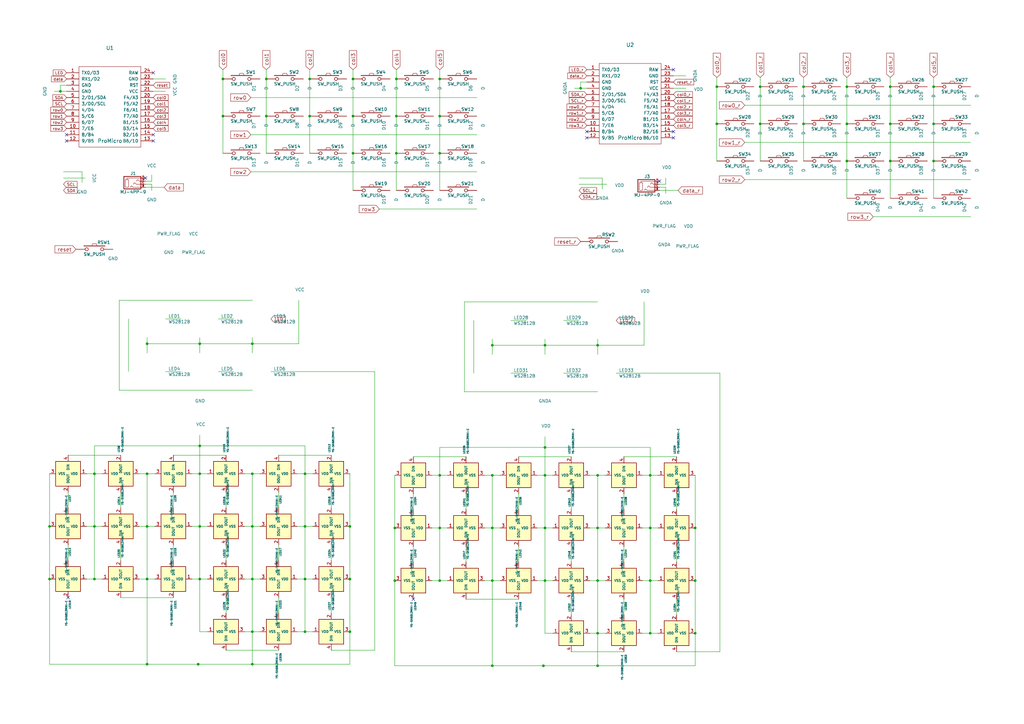
<source format=kicad_sch>
(kicad_sch (version 20230121) (generator eeschema)
  (paper "A3")
  (title_block (title "Corne Cherry") (date "2020-09-28") (rev "3.0.1") (company "foostan"))
  (junction (at 60.325 215.9))
  (junction (at 223.52 216.535))
  (junction (at 238.125 36.195))
  (junction (at 144.78 62.865))
  (junction (at 38.735 237.49))
  (junction (at 180.34 62.865))
  (junction (at 245.11 273.05))
  (junction (at 347.345 35.56))
  (junction (at 125.095 194.31))
  (junction (at 311.785 50.8))
  (junction (at 125.095 215.9))
  (junction (at 20.32 237.49))
  (junction (at 266.7 259.715))
  (junction (at 103.505 259.08))
  (junction (at 161.925 216.535))
  (junction (at 180.34 47.625))
  (junction (at 245.11 259.715))
  (junction (at 222.885 273.05))
  (junction (at 109.22 32.385))
  (junction (at 329.565 50.8))
  (junction (at 162.56 62.865))
  (junction (at 81.915 140.97))
  (junction (at 162.56 47.625))
  (junction (at 223.52 238.125))
  (junction (at 60.325 194.31))
  (junction (at 60.325 140.97))
  (junction (at 223.52 183.515))
  (junction (at 365.125 35.56))
  (junction (at 81.915 237.49))
  (junction (at 81.915 194.31))
  (junction (at 103.505 272.415))
  (junction (at 143.51 259.08))
  (junction (at 294.005 35.56))
  (junction (at 266.7 216.535))
  (junction (at 201.93 216.535))
  (junction (at 245.11 238.125))
  (junction (at 38.735 215.9))
  (junction (at 127 47.625))
  (junction (at 125.095 259.08))
  (junction (at 180.34 238.125))
  (junction (at 245.11 194.945))
  (junction (at 347.345 66.04))
  (junction (at 245.11 216.535))
  (junction (at 103.505 194.31))
  (junction (at 103.505 215.9))
  (junction (at 382.905 35.56))
  (junction (at 144.78 32.385))
  (junction (at 223.52 194.945))
  (junction (at 103.505 140.97))
  (junction (at 143.51 237.49))
  (junction (at 125.095 237.49))
  (junction (at 161.925 238.125))
  (junction (at 38.735 194.31))
  (junction (at 20.32 215.9))
  (junction (at 201.93 238.125))
  (junction (at 201.93 141.605))
  (junction (at 81.915 215.9))
  (junction (at 223.52 141.605))
  (junction (at 311.785 35.56))
  (junction (at 109.22 47.625))
  (junction (at 91.44 47.625))
  (junction (at 347.345 50.8))
  (junction (at 81.28 272.415))
  (junction (at 285.115 216.535))
  (junction (at 24.765 37.465))
  (junction (at 127 32.385))
  (junction (at 180.34 32.385))
  (junction (at 285.115 238.125))
  (junction (at 294.005 50.8))
  (junction (at 201.93 194.945))
  (junction (at 365.125 50.8))
  (junction (at 143.51 215.9))
  (junction (at 382.905 66.04))
  (junction (at 266.7 194.945))
  (junction (at 162.56 32.385))
  (junction (at 103.505 237.49))
  (junction (at 60.325 272.415))
  (junction (at 201.93 273.05))
  (junction (at 365.125 66.04))
  (junction (at 60.325 237.49))
  (junction (at 382.905 50.8))
  (junction (at 245.11 141.605))
  (junction (at 144.78 47.625))
  (junction (at 329.565 35.56))
  (junction (at 266.7 238.125))
  (junction (at 81.915 182.88))
  (junction (at 91.44 32.385))
  (junction (at 180.34 216.535))
  (junction (at 285.115 259.715))
  (junction (at 180.34 194.945))
  (no_connect (at 62.865 29.845))
  (no_connect (at 240.665 56.515))
  (no_connect (at 59.69 73.025))
  (no_connect (at 240.665 53.975))
  (no_connect (at 27.94 245.11))
  (no_connect (at 62.865 55.245))
  (no_connect (at 62.865 57.785))
  (no_connect (at 27.305 55.245))
  (no_connect (at 276.225 28.575))
  (no_connect (at 270.51 74.295))
  (no_connect (at 276.225 56.515))
  (no_connect (at 169.545 245.745))
  (no_connect (at 276.225 53.975))
  (no_connect (at 27.305 57.785))
  (wire (pts (xy 212.725 208.915) (xy 212.725 202.565)))
  (wire (pts (xy 102.87 55.245) (xy 195.58 55.245)))
  (wire (pts (xy 24.765 34.925) (xy 24.765 37.465)))
  (wire (pts (xy 62.865 37.465) (xy 67.945 37.465)))
  (wire (pts (xy 223.52 183.515) (xy 180.34 183.515)))
  (wire (pts (xy 103.505 259.08) (xy 100.33 259.08)))
  (wire (pts (xy 180.34 216.535) (xy 183.515 216.535)))
  (wire (pts (xy 245.11 139.065) (xy 245.11 141.605)))
  (wire (pts (xy 191.135 187.325) (xy 169.545 187.325)))
  (wire (pts (xy 135.89 245.11) (xy 135.89 251.46)))
  (wire (pts (xy 92.71 186.69) (xy 71.12 186.69)))
  (wire (pts (xy 245.11 259.715) (xy 241.935 259.715)))
  (wire (pts (xy 222.885 273.05) (xy 222.885 273.685)))
  (wire (pts (xy 238.125 33.655) (xy 238.125 36.195)))
  (wire (pts (xy 62.23 74.295) (xy 62.23 71.755)))
  (wire (pts (xy 294.005 35.56) (xy 294.005 50.8)))
  (wire (pts (xy 255.905 245.745) (xy 255.905 252.095)))
  (wire (pts (xy 382.905 35.56) (xy 382.905 50.8)))
  (wire (pts (xy 273.05 76.835) (xy 273.05 79.375)))
  (wire (pts (xy 223.52 179.07) (xy 223.52 183.515)))
  (wire (pts (xy 125.095 182.88) (xy 81.915 182.88)))
  (wire (pts (xy 38.735 215.9) (xy 38.735 194.31)))
  (wire (pts (xy 177.165 238.125) (xy 180.34 238.125)))
  (wire (pts (xy 24.765 37.465) (xy 27.305 37.465)))
  (wire (pts (xy 48.895 160.02) (xy 103.505 160.02)))
  (wire (pts (xy 329.565 35.56) (xy 329.565 50.8)))
  (wire (pts (xy 35.56 215.9) (xy 38.735 215.9)))
  (wire (pts (xy 162.56 28.575) (xy 162.56 32.385)))
  (wire (pts (xy 103.505 138.43) (xy 103.505 140.97)))
  (wire (pts (xy 78.74 194.31) (xy 81.915 194.31)))
  (wire (pts (xy 63.5 194.31) (xy 60.325 194.31)))
  (wire (pts (xy 81.915 194.31) (xy 85.09 194.31)))
  (wire (pts (xy 143.51 237.49) (xy 143.51 259.08)))
  (wire (pts (xy 231.14 153.035) (xy 237.49 153.035)))
  (wire (pts (xy 255.905 267.335) (xy 234.315 267.335)))
  (wire (pts (xy 27.94 223.52) (xy 27.94 229.87)))
  (wire (pts (xy 220.345 194.945) (xy 223.52 194.945)))
  (wire (pts (xy 264.16 141.605) (xy 264.16 123.825)))
  (wire (pts (xy 103.505 259.08) (xy 103.505 272.415)))
  (wire (pts (xy 103.505 215.9) (xy 103.505 237.49)))
  (wire (pts (xy 329.565 50.8) (xy 329.565 66.04)))
  (wire (pts (xy 161.925 194.945) (xy 161.925 216.535)))
  (wire (pts (xy 223.52 238.125) (xy 226.695 238.125)))
  (wire (pts (xy 266.7 194.945) (xy 266.7 216.535)))
  (wire (pts (xy 234.315 187.325) (xy 212.725 187.325)))
  (wire (pts (xy 382.905 66.04) (xy 382.905 81.28)))
  (wire (pts (xy 67.945 152.4) (xy 74.295 152.4)))
  (wire (pts (xy 277.495 202.565) (xy 277.495 208.915)))
  (wire (pts (xy 198.755 238.125) (xy 201.93 238.125)))
  (wire (pts (xy 223.52 216.535) (xy 223.52 194.945)))
  (wire (pts (xy 109.22 47.625) (xy 109.22 62.865)))
  (wire (pts (xy 240.665 33.655) (xy 238.125 33.655)))
  (wire (pts (xy 125.095 182.88) (xy 125.095 194.31)))
  (wire (pts (xy 103.505 237.49) (xy 106.68 237.49)))
  (wire (pts (xy 114.3 201.93) (xy 114.3 208.28)))
  (wire (pts (xy 266.7 216.535) (xy 269.875 216.535)))
  (wire (pts (xy 103.505 237.49) (xy 103.505 259.08)))
  (wire (pts (xy 180.34 216.535) (xy 180.34 194.945)))
  (wire (pts (xy 60.325 237.49) (xy 60.325 272.415)))
  (wire (pts (xy 201.93 216.535) (xy 201.93 238.125)))
  (wire (pts (xy 263.525 216.535) (xy 266.7 216.535)))
  (wire (pts (xy 269.875 194.945) (xy 266.7 194.945)))
  (wire (pts (xy 223.52 141.605) (xy 223.52 145.415)))
  (wire (pts (xy 234.315 230.505) (xy 234.315 224.155)))
  (wire (pts (xy 91.44 32.385) (xy 91.44 47.625)))
  (wire (pts (xy 263.525 238.125) (xy 266.7 238.125)))
  (wire (pts (xy 38.735 215.9) (xy 41.91 215.9)))
  (wire (pts (xy 255.905 202.565) (xy 255.905 208.915)))
  (wire (pts (xy 266.7 183.515) (xy 266.7 194.945)))
  (wire (pts (xy 49.53 186.69) (xy 27.94 186.69)))
  (wire (pts (xy 114.3 266.7) (xy 92.71 266.7)))
  (wire (pts (xy 201.93 141.605) (xy 201.93 145.415)))
  (wire (pts (xy 191.135 208.915) (xy 191.135 202.565)))
  (wire (pts (xy 365.125 35.56) (xy 365.125 50.8)))
  (wire (pts (xy 81.28 272.415) (xy 81.28 273.05)))
  (wire (pts (xy 255.905 224.155) (xy 255.905 230.505)))
  (wire (pts (xy 91.44 47.625) (xy 91.44 62.865)))
  (wire (pts (xy 26.035 73.025) (xy 34.925 73.025)))
  (wire (pts (xy 347.345 66.04) (xy 347.345 81.28)))
  (wire (pts (xy 38.735 194.31) (xy 38.735 182.88)))
  (wire (pts (xy 209.55 153.035) (xy 215.9 153.035)))
  (wire (pts (xy 22.225 37.465) (xy 24.765 37.465)))
  (wire (pts (xy 241.935 238.125) (xy 245.11 238.125)))
  (wire (pts (xy 180.34 32.385) (xy 180.34 47.625)))
  (wire (pts (xy 245.11 238.125) (xy 245.11 259.715)))
  (wire (pts (xy 122.555 140.97) (xy 122.555 123.19)))
  (wire (pts (xy 103.505 194.31) (xy 103.505 215.9)))
  (wire (pts (xy 35.56 194.31) (xy 38.735 194.31)))
  (wire (pts (xy 245.11 194.945) (xy 245.11 216.535)))
  (wire (pts (xy 270.51 78.105) (xy 278.13 78.105)))
  (wire (pts (xy 92.71 229.87) (xy 92.71 223.52)))
  (wire (pts (xy 223.52 139.065) (xy 223.52 141.605)))
  (wire (pts (xy 201.93 216.535) (xy 205.105 216.535)))
  (wire (pts (xy 95.885 130.81) (xy 89.535 130.81)))
  (wire (pts (xy 329.565 31.75) (xy 329.565 35.56)))
  (wire (pts (xy 276.225 36.195) (xy 281.305 36.195)))
  (wire (pts (xy 143.51 259.08) (xy 143.51 272.415)))
  (wire (pts (xy 191.135 230.505) (xy 191.135 224.155)))
  (wire (pts (xy 180.34 47.625) (xy 180.34 62.865)))
  (wire (pts (xy 60.325 215.9) (xy 63.5 215.9)))
  (wire (pts (xy 49.53 208.28) (xy 49.53 201.93)))
  (wire (pts (xy 169.545 224.155) (xy 169.545 230.505)))
  (wire (pts (xy 365.125 31.75) (xy 365.125 35.56)))
  (wire (pts (xy 220.345 216.535) (xy 223.52 216.535)))
  (wire (pts (xy 71.12 223.52) (xy 71.12 229.87)))
  (wire (pts (xy 277.495 187.325) (xy 255.905 187.325)))
  (wire (pts (xy 212.725 245.745) (xy 191.135 245.745)))
  (wire (pts (xy 365.125 66.04) (xy 365.125 81.28)))
  (wire (pts (xy 234.315 252.095) (xy 234.315 245.745)))
  (wire (pts (xy 198.755 216.535) (xy 201.93 216.535)))
  (wire (pts (xy 201.93 238.125) (xy 201.93 273.05)))
  (wire (pts (xy 60.325 140.97) (xy 60.325 144.78)))
  (wire (pts (xy 190.5 123.825) (xy 190.5 160.655)))
  (wire (pts (xy 177.165 194.945) (xy 180.34 194.945)))
  (wire (pts (xy 294.005 31.75) (xy 294.005 35.56)))
  (wire (pts (xy 223.52 194.945) (xy 226.695 194.945)))
  (wire (pts (xy 180.34 238.125) (xy 180.34 216.535)))
  (wire (pts (xy 135.89 186.69) (xy 114.3 186.69)))
  (wire (pts (xy 35.56 237.49) (xy 38.735 237.49)))
  (wire (pts (xy 266.7 183.515) (xy 223.52 183.515)))
  (wire (pts (xy 20.32 215.9) (xy 20.32 237.49)))
  (wire (pts (xy 311.785 35.56) (xy 311.785 50.8)))
  (wire (pts (xy 247.015 73.025) (xy 247.015 77.47)))
  (wire (pts (xy 201.93 139.065) (xy 201.93 141.605)))
  (wire (pts (xy 48.895 123.19) (xy 48.895 160.02)))
  (wire (pts (xy 125.095 237.49) (xy 125.095 215.9)))
  (wire (pts (xy 169.545 202.565) (xy 169.545 208.915)))
  (wire (pts (xy 103.505 215.9) (xy 106.68 215.9)))
  (wire (pts (xy 20.32 194.31) (xy 20.32 215.9)))
  (wire (pts (xy 285.115 216.535) (xy 285.115 238.125)))
  (wire (pts (xy 295.275 267.335) (xy 277.495 267.335)))
  (wire (pts (xy 144.78 47.625) (xy 144.78 62.865)))
  (wire (pts (xy 235.585 36.195) (xy 238.125 36.195)))
  (wire (pts (xy 74.295 130.81) (xy 67.945 130.81)))
  (wire (pts (xy 81.915 259.08) (xy 85.09 259.08)))
  (wire (pts (xy 27.94 201.93) (xy 27.94 208.28)))
  (wire (pts (xy 347.345 31.75) (xy 347.345 35.56)))
  (wire (pts (xy 266.7 238.125) (xy 266.7 216.535)))
  (wire (pts (xy 162.56 62.865) (xy 162.56 78.105)))
  (wire (pts (xy 222.885 273.05) (xy 245.11 273.05)))
  (wire (pts (xy 81.915 237.49) (xy 85.09 237.49)))
  (wire (pts (xy 128.27 259.08) (xy 125.095 259.08)))
  (wire (pts (xy 234.315 208.915) (xy 234.315 202.565)))
  (wire (pts (xy 194.31 131.445) (xy 194.31 153.035)))
  (wire (pts (xy 144.78 28.575) (xy 144.78 32.385)))
  (wire (pts (xy 27.305 34.925) (xy 24.765 34.925)))
  (wire (pts (xy 92.71 208.28) (xy 92.71 201.93)))
  (wire (pts (xy 125.095 194.31) (xy 125.095 215.9)))
  (wire (pts (xy 241.935 194.945) (xy 245.11 194.945)))
  (wire (pts (xy 266.7 194.945) (xy 263.525 194.945)))
  (wire (pts (xy 180.34 62.865) (xy 180.34 78.105)))
  (wire (pts (xy 266.7 259.715) (xy 263.525 259.715)))
  (wire (pts (xy 241.935 216.535) (xy 245.11 216.535)))
  (wire (pts (xy 125.095 259.08) (xy 121.92 259.08)))
  (wire (pts (xy 190.5 123.825) (xy 245.11 123.825)))
  (wire (pts (xy 237.49 75.565) (xy 248.92 75.565)))
  (wire (pts (xy 190.5 160.655) (xy 245.11 160.655)))
  (wire (pts (xy 60.325 272.415) (xy 81.28 272.415)))
  (wire (pts (xy 266.7 238.125) (xy 269.875 238.125)))
  (wire (pts (xy 305.435 58.42) (xy 398.145 58.42)))
  (wire (pts (xy 269.875 259.715) (xy 266.7 259.715)))
  (wire (pts (xy 114.3 223.52) (xy 114.3 229.87)))
  (wire (pts (xy 273.05 75.565) (xy 273.05 73.025)))
  (wire (pts (xy 38.735 194.31) (xy 41.91 194.31)))
  (wire (pts (xy 180.34 28.575) (xy 180.34 32.385)))
  (wire (pts (xy 347.345 50.8) (xy 347.345 66.04)))
  (wire (pts (xy 183.515 238.125) (xy 180.34 238.125)))
  (wire (pts (xy 78.74 215.9) (xy 81.915 215.9)))
  (wire (pts (xy 38.735 237.49) (xy 38.735 215.9)))
  (wire (pts (xy 245.11 141.605) (xy 264.16 141.605)))
  (wire (pts (xy 121.92 237.49) (xy 125.095 237.49)))
  (wire (pts (xy 277.495 245.745) (xy 277.495 252.095)))
  (wire (pts (xy 125.095 259.08) (xy 125.095 237.49)))
  (wire (pts (xy 252.73 153.035) (xy 295.275 153.035)))
  (wire (pts (xy 245.11 259.715) (xy 245.11 273.05)))
  (wire (pts (xy 245.11 141.605) (xy 245.11 145.415)))
  (wire (pts (xy 223.52 238.125) (xy 223.52 259.715)))
  (wire (pts (xy 161.925 238.125) (xy 161.925 273.05)))
  (wire (pts (xy 212.725 224.155) (xy 212.725 230.505)))
  (wire (pts (xy 245.11 216.535) (xy 245.11 238.125)))
  (wire (pts (xy 125.095 194.31) (xy 121.92 194.31)))
  (wire (pts (xy 161.925 216.535) (xy 161.925 238.125)))
  (wire (pts (xy 57.15 194.31) (xy 60.325 194.31)))
  (wire (pts (xy 81.915 178.435) (xy 81.915 182.88)))
  (wire (pts (xy 135.89 201.93) (xy 135.89 208.28)))
  (wire (pts (xy 49.53 229.87) (xy 49.53 223.52)))
  (wire (pts (xy 382.905 50.8) (xy 382.905 66.04)))
  (wire (pts (xy 81.915 215.9) (xy 85.09 215.9)))
  (wire (pts (xy 114.3 245.11) (xy 114.3 251.46)))
  (wire (pts (xy 103.505 140.97) (xy 103.505 144.78)))
  (wire (pts (xy 100.33 237.49) (xy 103.505 237.49)))
  (wire (pts (xy 223.52 194.945) (xy 223.52 183.515)))
  (wire (pts (xy 60.325 272.415) (xy 20.32 272.415)))
  (wire (pts (xy 144.78 62.865) (xy 144.78 78.105)))
  (wire (pts (xy 358.14 88.9) (xy 398.145 88.9)))
  (wire (pts (xy 245.11 238.125) (xy 248.285 238.125)))
  (wire (pts (xy 248.285 194.945) (xy 245.11 194.945)))
  (wire (pts (xy 155.575 85.725) (xy 195.58 85.725)))
  (wire (pts (xy 144.78 32.385) (xy 144.78 47.625)))
  (wire (pts (xy 100.33 215.9) (xy 103.505 215.9)))
  (wire (pts (xy 223.52 216.535) (xy 226.695 216.535)))
  (wire (pts (xy 33.655 70.485) (xy 26.035 70.485)))
  (wire (pts (xy 89.535 152.4) (xy 95.885 152.4)))
  (wire (pts (xy 305.435 43.18) (xy 398.145 43.18)))
  (wire (pts (xy 248.285 259.715) (xy 245.11 259.715)))
  (wire (pts (xy 238.125 36.195) (xy 240.665 36.195)))
  (wire (pts (xy 78.74 237.49) (xy 81.915 237.49)))
  (wire (pts (xy 205.105 194.945) (xy 201.93 194.945)))
  (wire (pts (xy 111.125 152.4) (xy 153.67 152.4)))
  (wire (pts (xy 57.15 237.49) (xy 60.325 237.49)))
  (wire (pts (xy 81.915 140.97) (xy 103.505 140.97)))
  (wire (pts (xy 201.93 238.125) (xy 205.105 238.125)))
  (wire (pts (xy 215.9 131.445) (xy 209.55 131.445)))
  (wire (pts (xy 81.915 215.9) (xy 81.915 194.31)))
  (wire (pts (xy 71.12 208.28) (xy 71.12 201.93)))
  (wire (pts (xy 162.56 32.385) (xy 162.56 47.625)))
  (wire (pts (xy 153.67 152.4) (xy 153.67 266.7)))
  (wire (pts (xy 60.325 215.9) (xy 60.325 237.49)))
  (wire (pts (xy 237.49 73.025) (xy 247.015 73.025)))
  (wire (pts (xy 270.51 76.835) (xy 273.05 76.835)))
  (wire (pts (xy 81.28 272.415) (xy 103.505 272.415)))
  (wire (pts (xy 285.115 259.715) (xy 285.115 273.05)))
  (wire (pts (xy 201.93 273.05) (xy 222.885 273.05)))
  (wire (pts (xy 180.34 194.945) (xy 183.515 194.945)))
  (wire (pts (xy 81.915 140.97) (xy 81.915 144.78)))
  (wire (pts (xy 135.89 223.52) (xy 135.89 229.87)))
  (wire (pts (xy 382.905 31.75) (xy 382.905 35.56)))
  (wire (pts (xy 103.505 140.97) (xy 122.555 140.97)))
  (wire (pts (xy 311.785 50.8) (xy 311.785 66.04)))
  (wire (pts (xy 81.915 194.31) (xy 81.915 182.88)))
  (wire (pts (xy 125.095 215.9) (xy 128.27 215.9)))
  (wire (pts (xy 245.11 216.535) (xy 248.285 216.535)))
  (wire (pts (xy 143.51 272.415) (xy 103.505 272.415)))
  (wire (pts (xy 285.115 273.05) (xy 245.11 273.05)))
  (wire (pts (xy 81.915 182.88) (xy 38.735 182.88)))
  (wire (pts (xy 92.71 251.46) (xy 92.71 245.11)))
  (wire (pts (xy 106.68 194.31) (xy 103.505 194.31)))
  (wire (pts (xy 60.325 138.43) (xy 60.325 140.97)))
  (wire (pts (xy 295.275 153.035) (xy 295.275 267.335)))
  (wire (pts (xy 277.495 224.155) (xy 277.495 230.505)))
  (wire (pts (xy 365.125 50.8) (xy 365.125 66.04)))
  (wire (pts (xy 59.69 76.835) (xy 67.31 76.835)))
  (wire (pts (xy 62.865 32.385) (xy 67.945 32.385)))
  (wire (pts (xy 128.27 194.31) (xy 125.095 194.31)))
  (wire (pts (xy 143.51 194.31) (xy 143.51 215.9)))
  (wire (pts (xy 153.67 266.7) (xy 135.89 266.7)))
  (wire (pts (xy 220.345 238.125) (xy 223.52 238.125)))
  (wire (pts (xy 60.325 237.49) (xy 63.5 237.49)))
  (wire (pts (xy 102.87 40.005) (xy 195.58 40.005)))
  (wire (pts (xy 285.115 194.945) (xy 285.115 216.535)))
  (wire (pts (xy 143.51 215.9) (xy 143.51 237.49)))
  (wire (pts (xy 276.225 31.115) (xy 281.305 31.115)))
  (wire (pts (xy 270.51 75.565) (xy 273.05 75.565)))
  (wire (pts (xy 162.56 47.625) (xy 162.56 62.865)))
  (wire (pts (xy 100.33 194.31) (xy 103.505 194.31)))
  (wire (pts (xy 201.93 194.945) (xy 201.93 216.535)))
  (wire (pts (xy 91.44 28.575) (xy 91.44 32.385)))
  (wire (pts (xy 266.7 259.715) (xy 266.7 238.125)))
  (wire (pts (xy 127 47.625) (xy 127 62.865)))
  (wire (pts (xy 311.785 31.75) (xy 311.785 35.56)))
  (wire (pts (xy 60.325 194.31) (xy 60.325 215.9)))
  (wire (pts (xy 177.165 216.535) (xy 180.34 216.535)))
  (wire (pts (xy 81.915 237.49) (xy 81.915 259.08)))
  (wire (pts (xy 223.52 259.715) (xy 226.695 259.715)))
  (wire (pts (xy 60.325 140.97) (xy 81.915 140.97)))
  (wire (pts (xy 59.69 74.295) (xy 62.23 74.295)))
  (wire (pts (xy 41.91 237.49) (xy 38.735 237.49)))
  (wire (pts (xy 57.15 215.9) (xy 60.325 215.9)))
  (wire (pts (xy 109.22 32.385) (xy 109.22 47.625)))
  (wire (pts (xy 198.755 194.945) (xy 201.93 194.945)))
  (wire (pts (xy 20.32 237.49) (xy 20.32 272.415)))
  (wire (pts (xy 127 32.385) (xy 127 47.625)))
  (wire (pts (xy 127 28.575) (xy 127 32.385)))
  (wire (pts (xy 180.34 194.945) (xy 180.34 183.515)))
  (wire (pts (xy 48.895 123.19) (xy 103.505 123.19)))
  (wire (pts (xy 109.22 28.575) (xy 109.22 32.385)))
  (wire (pts (xy 121.92 215.9) (xy 125.095 215.9)))
  (wire (pts (xy 81.915 138.43) (xy 81.915 140.97)))
  (wire (pts (xy 81.915 237.49) (xy 81.915 215.9)))
  (wire (pts (xy 62.23 75.565) (xy 62.23 78.105)))
  (wire (pts (xy 106.68 259.08) (xy 103.505 259.08)))
  (wire (pts (xy 33.655 74.93) (xy 33.655 70.485)))
  (wire (pts (xy 102.87 70.485) (xy 195.58 70.485)))
  (wire (pts (xy 59.69 75.565) (xy 62.23 75.565)))
  (wire (pts (xy 305.435 73.66) (xy 398.145 73.66)))
  (wire (pts (xy 223.52 141.605) (xy 245.11 141.605)))
  (wire (pts (xy 285.115 238.125) (xy 285.115 259.715)))
  (wire (pts (xy 347.345 35.56) (xy 347.345 50.8)))
  (wire (pts (xy 71.12 245.11) (xy 49.53 245.11)))
  (wire (pts (xy 125.095 237.49) (xy 128.27 237.49)))
  (wire (pts (xy 52.705 130.81) (xy 52.705 152.4)))
  (wire (pts (xy 294.005 50.8) (xy 294.005 66.04)))
  (wire (pts (xy 223.52 238.125) (xy 223.52 216.535)))
  (wire (pts (xy 201.93 273.05) (xy 161.925 273.05)))
  (wire (pts (xy 201.93 141.605) (xy 223.52 141.605)))
  (wire (pts (xy 237.49 131.445) (xy 231.14 131.445)))
  (global_label "data_r" (shape input) (at 240.665 31.115 180) (effects (font (size 1.1938 1.1938))) (property "Intersheetrefs" "${INTERSHEET_REFS}" (effects hide)))
  (global_label "col5_r" (shape input) (at 276.225 51.435 0) (effects (font (size 1.1938 1.1938))) (property "Intersheetrefs" "${INTERSHEET_REFS}" (effects hide)))
  (global_label "row2" (shape input) (at 102.87 70.485 180) (effects (font (size 1.524 1.524))) (property "Intersheetrefs" "${INTERSHEET_REFS}" (effects hide)))
  (global_label "row1_r" (shape input) (at 240.665 46.355 180) (effects (font (size 1.1938 1.1938))) (property "Intersheetrefs" "${INTERSHEET_REFS}" (effects hide)))
  (global_label "row2" (shape input) (at 27.305 50.165 180) (effects (font (size 1.1938 1.1938))) (property "Intersheetrefs" "${INTERSHEET_REFS}" (effects hide)))
  (global_label "LED_r" (shape input) (at 240.665 28.575 180) (effects (font (size 1.1938 1.1938))) (property "Intersheetrefs" "${INTERSHEET_REFS}" (effects hide)))
  (global_label "col3" (shape input) (at 62.865 47.625 0) (effects (font (size 1.1938 1.1938))) (property "Intersheetrefs" "${INTERSHEET_REFS}" (effects hide)))
  (global_label "col0_r" (shape input) (at 276.225 38.735 0) (effects (font (size 1.1938 1.1938))) (property "Intersheetrefs" "${INTERSHEET_REFS}" (effects hide)))
  (global_label "LED" (shape input) (at 27.305 29.845 180) (effects (font (size 1.1938 1.1938))) (property "Intersheetrefs" "${INTERSHEET_REFS}" (effects hide)))
  (global_label "col5" (shape input) (at 62.865 52.705 0) (effects (font (size 1.1938 1.1938))) (property "Intersheetrefs" "${INTERSHEET_REFS}" (effects hide)))
  (global_label "reset_r" (shape input) (at 238.125 99.06 180) (effects (font (size 1.524 1.524))) (property "Intersheetrefs" "${INTERSHEET_REFS}" (effects hide)))
  (global_label "row0" (shape input) (at 102.87 40.005 180) (effects (font (size 1.524 1.524))) (property "Intersheetrefs" "${INTERSHEET_REFS}" (effects hide)))
  (global_label "col2_r" (shape input) (at 329.565 31.75 90) (effects (font (size 1.524 1.524))) (property "Intersheetrefs" "${INTERSHEET_REFS}" (effects hide)))
  (global_label "data" (shape input) (at 67.31 76.835 0) (effects (font (size 1.524 1.524))) (property "Intersheetrefs" "${INTERSHEET_REFS}" (effects hide)))
  (global_label "col5" (shape input) (at 180.34 28.575 90) (effects (font (size 1.524 1.524))) (property "Intersheetrefs" "${INTERSHEET_REFS}" (effects hide)))
  (global_label "row2_r" (shape input) (at 240.665 48.895 180) (effects (font (size 1.1938 1.1938))) (property "Intersheetrefs" "${INTERSHEET_REFS}" (effects hide)))
  (global_label "SDA_r" (shape input) (at 240.665 38.735 180) (effects (font (size 1.1938 1.1938))) (property "Intersheetrefs" "${INTERSHEET_REFS}" (effects hide)))
  (global_label "col0" (shape input) (at 62.865 40.005 0) (effects (font (size 1.1938 1.1938))) (property "Intersheetrefs" "${INTERSHEET_REFS}" (effects hide)))
  (global_label "col3_r" (shape input) (at 276.225 46.355 0) (effects (font (size 1.1938 1.1938))) (property "Intersheetrefs" "${INTERSHEET_REFS}" (effects hide)))
  (global_label "row3" (shape input) (at 155.575 85.725 180) (effects (font (size 1.524 1.524))) (property "Intersheetrefs" "${INTERSHEET_REFS}" (effects hide)))
  (global_label "col1" (shape input) (at 62.865 42.545 0) (effects (font (size 1.1938 1.1938))) (property "Intersheetrefs" "${INTERSHEET_REFS}" (effects hide)))
  (global_label "col4_r" (shape input) (at 365.125 31.75 90) (effects (font (size 1.524 1.524))) (property "Intersheetrefs" "${INTERSHEET_REFS}" (effects hide)))
  (global_label "col4_r" (shape input) (at 276.225 48.895 0) (effects (font (size 1.1938 1.1938))) (property "Intersheetrefs" "${INTERSHEET_REFS}" (effects hide)))
  (global_label "data_r" (shape input) (at 278.13 78.105 0) (effects (font (size 1.524 1.524))) (property "Intersheetrefs" "${INTERSHEET_REFS}" (effects hide)))
  (global_label "data" (shape input) (at 27.305 32.385 180) (effects (font (size 1.1938 1.1938))) (property "Intersheetrefs" "${INTERSHEET_REFS}" (effects hide)))
  (global_label "col4" (shape input) (at 62.865 50.165 0) (effects (font (size 1.1938 1.1938))) (property "Intersheetrefs" "${INTERSHEET_REFS}" (effects hide)))
  (global_label "SCL_r" (shape input) (at 237.49 78.105 0) (effects (font (size 1.1938 1.1938))) (property "Intersheetrefs" "${INTERSHEET_REFS}" (effects hide)))
  (global_label "reset" (shape input) (at 62.865 34.925 0) (effects (font (size 1.1938 1.1938))) (property "Intersheetrefs" "${INTERSHEET_REFS}" (effects hide)))
  (global_label "row3" (shape input) (at 27.305 52.705 180) (effects (font (size 1.1938 1.1938))) (property "Intersheetrefs" "${INTERSHEET_REFS}" (effects hide)))
  (global_label "row1" (shape input) (at 102.87 55.245 180) (effects (font (size 1.524 1.524))) (property "Intersheetrefs" "${INTERSHEET_REFS}" (effects hide)))
  (global_label "SDA_r" (shape input) (at 237.49 80.645 0) (effects (font (size 1.1938 1.1938))) (property "Intersheetrefs" "${INTERSHEET_REFS}" (effects hide)))
  (global_label "col5_r" (shape input) (at 382.905 31.75 90) (effects (font (size 1.524 1.524))) (property "Intersheetrefs" "${INTERSHEET_REFS}" (effects hide)))
  (global_label "row0_r" (shape input) (at 240.665 43.815 180) (effects (font (size 1.1938 1.1938))) (property "Intersheetrefs" "${INTERSHEET_REFS}" (effects hide)))
  (global_label "col2_r" (shape input) (at 276.225 43.815 0) (effects (font (size 1.1938 1.1938))) (property "Intersheetrefs" "${INTERSHEET_REFS}" (effects hide)))
  (global_label "SDA" (shape input) (at 27.305 40.005 180) (effects (font (size 1.1938 1.1938))) (property "Intersheetrefs" "${INTERSHEET_REFS}" (effects hide)))
  (global_label "SCL" (shape input) (at 26.035 75.565 0) (effects (font (size 1.1938 1.1938))) (property "Intersheetrefs" "${INTERSHEET_REFS}" (effects hide)))
  (global_label "row0_r" (shape input) (at 305.435 43.18 180) (effects (font (size 1.524 1.524))) (property "Intersheetrefs" "${INTERSHEET_REFS}" (effects hide)))
  (global_label "SDA" (shape input) (at 26.035 78.105 0) (effects (font (size 1.1938 1.1938))) (property "Intersheetrefs" "${INTERSHEET_REFS}" (effects hide)))
  (global_label "row1_r" (shape input) (at 305.435 58.42 180) (effects (font (size 1.524 1.524))) (property "Intersheetrefs" "${INTERSHEET_REFS}" (effects hide)))
  (global_label "col1_r" (shape input) (at 276.225 41.275 0) (effects (font (size 1.1938 1.1938))) (property "Intersheetrefs" "${INTERSHEET_REFS}" (effects hide)))
  (global_label "row0" (shape input) (at 27.305 45.085 180) (effects (font (size 1.1938 1.1938))) (property "Intersheetrefs" "${INTERSHEET_REFS}" (effects hide)))
  (global_label "row1" (shape input) (at 27.305 47.625 180) (effects (font (size 1.1938 1.1938))) (property "Intersheetrefs" "${INTERSHEET_REFS}" (effects hide)))
  (global_label "LED_r" (shape input) (at 252.73 131.445 0) (property "Intersheetrefs" "${INTERSHEET_REFS}" (effects hide)))
  (global_label "LED" (shape input) (at 111.125 130.81 0) (property "Intersheetrefs" "${INTERSHEET_REFS}" (effects hide)))
  (global_label "SCL" (shape input) (at 27.305 42.545 180) (effects (font (size 1.1938 1.1938))) (property "Intersheetrefs" "${INTERSHEET_REFS}" (effects hide)))
  (global_label "col0" (shape input) (at 91.44 28.575 90) (effects (font (size 1.524 1.524))) (property "Intersheetrefs" "${INTERSHEET_REFS}" (effects hide)))
  (global_label "col3_r" (shape input) (at 347.345 31.75 90) (effects (font (size 1.524 1.524))) (property "Intersheetrefs" "${INTERSHEET_REFS}" (effects hide)))
  (global_label "col3" (shape input) (at 144.78 28.575 90) (effects (font (size 1.524 1.524))) (property "Intersheetrefs" "${INTERSHEET_REFS}" (effects hide)))
  (global_label "row3_r" (shape input) (at 358.14 88.9 180) (effects (font (size 1.524 1.524))) (property "Intersheetrefs" "${INTERSHEET_REFS}" (effects hide)))
  (global_label "col2" (shape input) (at 62.865 45.085 0) (effects (font (size 1.1938 1.1938))) (property "Intersheetrefs" "${INTERSHEET_REFS}" (effects hide)))
  (global_label "reset" (shape input) (at 31.115 102.235 180) (effects (font (size 1.524 1.524))) (property "Intersheetrefs" "${INTERSHEET_REFS}" (effects hide)))
  (global_label "col1" (shape input) (at 109.22 28.575 90) (effects (font (size 1.524 1.524))) (property "Intersheetrefs" "${INTERSHEET_REFS}" (effects hide)))
  (global_label "col2" (shape input) (at 127 28.575 90) (effects (font (size 1.524 1.524))) (property "Intersheetrefs" "${INTERSHEET_REFS}" (effects hide)))
  (global_label "col4" (shape input) (at 162.56 28.575 90) (effects (font (size 1.524 1.524))) (property "Intersheetrefs" "${INTERSHEET_REFS}" (effects hide)))
  (global_label "reset_r" (shape input) (at 276.225 33.655 0) (effects (font (size 1.1938 1.1938))) (property "Intersheetrefs" "${INTERSHEET_REFS}" (effects hide)))
  (global_label "col1_r" (shape input) (at 311.785 31.75 90) (effects (font (size 1.524 1.524))) (property "Intersheetrefs" "${INTERSHEET_REFS}" (effects hide)))
  (global_label "row2_r" (shape input) (at 305.435 73.66 180) (effects (font (size 1.524 1.524))) (property "Intersheetrefs" "${INTERSHEET_REFS}" (effects hide)))
  (global_label "col0_r" (shape input) (at 294.005 31.75 90) (effects (font (size 1.524 1.524))) (property "Intersheetrefs" "${INTERSHEET_REFS}" (effects hide)))
  (global_label "SCL_r" (shape input) (at 240.665 41.275 180) (effects (font (size 1.1938 1.1938))) (property "Intersheetrefs" "${INTERSHEET_REFS}" (effects hide)))
  (global_label "row3_r" (shape input) (at 240.665 51.435 180) (effects (font (size 1.1938 1.1938))) (property "Intersheetrefs" "${INTERSHEET_REFS}" (effects hide)))
  (symbol (lib_id "kbd:ProMicro") (at 45.085 43.815 0) (unit 1)
    (property "Reference" "U1" (at 45.085 19.685 0) (effects (font (size 1.524 1.524))))
    (property "Value" "ProMicro" (at 45.085 57.785 0) (effects (font (size 1.524 1.524))))
    (property "Footprint" "kbd:ProMicro_v3" (effects hide))
  )
  (symbol (lib_id "kbd:SW_PUSH") (at 116.84 32.385 0) (unit 1)
    (property "Reference" "SW2" (at 120.65 29.591 0))
    (property "Value" "SW_PUSH" (at 116.84 34.417 0))
    (property "Footprint" "kbd:CherryMX_Hotswap" (effects hide))
  )
  (symbol (lib_id "Device:D") (at 124.46 36.195 90) (unit 1)
    (property "Reference" "D2" (at 121.92 36.195 0))
    (property "Value" "D" (at 127 36.195 0))
    (property "Footprint" "kbd:D3_SMD_v2" (effects hide))
  )
  (symbol (lib_id "kbd:SW_PUSH") (at 134.62 32.385 0) (unit 1)
    (property "Reference" "SW3" (at 138.43 29.591 0))
    (property "Value" "SW_PUSH" (at 134.62 34.417 0))
    (property "Footprint" "kbd:CherryMX_Hotswap" (effects hide))
  )
  (symbol (lib_id "Device:D") (at 142.24 36.195 90) (unit 1)
    (property "Reference" "D3" (at 139.7 36.195 0))
    (property "Value" "D" (at 144.78 36.195 0))
    (property "Footprint" "kbd:D3_SMD_v2" (effects hide))
  )
  (symbol (lib_id "kbd:SW_PUSH") (at 152.4 32.385 0) (unit 1)
    (property "Reference" "SW4" (at 156.21 29.591 0))
    (property "Value" "SW_PUSH" (at 152.4 34.417 0))
    (property "Footprint" "kbd:CherryMX_Hotswap" (effects hide))
  )
  (symbol (lib_id "kbd:SW_PUSH") (at 170.18 32.385 0) (unit 1)
    (property "Reference" "SW5" (at 173.99 29.591 0))
    (property "Value" "SW_PUSH" (at 170.18 34.417 0))
    (property "Footprint" "kbd:CherryMX_Hotswap" (effects hide))
  )
  (symbol (lib_id "kbd:SW_PUSH") (at 187.96 32.385 0) (unit 1)
    (property "Reference" "SW6" (at 191.77 29.591 0))
    (property "Value" "SW_PUSH" (at 187.96 34.417 0))
    (property "Footprint" "kbd:CherryMX_Hotswap" (effects hide))
  )
  (symbol (lib_id "Device:D") (at 160.02 36.195 90) (unit 1)
    (property "Reference" "D4" (at 157.48 36.195 0))
    (property "Value" "D" (at 162.56 36.195 0))
    (property "Footprint" "kbd:D3_SMD_v2" (effects hide))
  )
  (symbol (lib_id "Device:D") (at 177.8 36.195 90) (unit 1)
    (property "Reference" "D5" (at 175.26 36.195 0))
    (property "Value" "D" (at 180.34 36.195 0))
    (property "Footprint" "kbd:D3_SMD_v2" (effects hide))
  )
  (symbol (lib_id "Device:D") (at 195.58 36.195 90) (unit 1)
    (property "Reference" "D6" (at 193.04 36.195 0))
    (property "Value" "D" (at 198.12 36.195 0))
    (property "Footprint" "kbd:D3_SMD_v2" (effects hide))
  )
  (symbol (lib_id "kbd:SW_PUSH") (at 99.06 32.385 0) (unit 1)
    (property "Reference" "SW1" (at 102.87 29.591 0))
    (property "Value" "SW_PUSH" (at 99.06 34.417 0))
    (property "Footprint" "kbd:CherryMX_Hotswap" (effects hide))
  )
  (symbol (lib_id "Device:D") (at 106.68 36.195 90) (unit 1)
    (property "Reference" "D1" (at 104.14 36.195 0))
    (property "Value" "D" (at 109.22 36.195 0))
    (property "Footprint" "kbd:D3_SMD_v2" (effects hide))
  )
  (symbol (lib_id "kbd:SW_PUSH") (at 116.84 47.625 0) (unit 1)
    (property "Reference" "SW8" (at 120.65 44.831 0))
    (property "Value" "SW_PUSH" (at 116.84 49.657 0))
    (property "Footprint" "kbd:CherryMX_Hotswap" (effects hide))
  )
  (symbol (lib_id "Device:D") (at 124.46 51.435 90) (unit 1)
    (property "Reference" "D8" (at 121.92 51.435 0))
    (property "Value" "D" (at 127 51.435 0))
    (property "Footprint" "kbd:D3_SMD_v2" (effects hide))
  )
  (symbol (lib_id "kbd:SW_PUSH") (at 134.62 47.625 0) (unit 1)
    (property "Reference" "SW9" (at 138.43 44.831 0))
    (property "Value" "SW_PUSH" (at 134.62 49.657 0))
    (property "Footprint" "kbd:CherryMX_Hotswap" (effects hide))
  )
  (symbol (lib_id "Device:D") (at 142.24 51.435 90) (unit 1)
    (property "Reference" "D9" (at 139.7 51.435 0))
    (property "Value" "D" (at 144.78 51.435 0))
    (property "Footprint" "kbd:D3_SMD_v2" (effects hide))
  )
  (symbol (lib_id "kbd:SW_PUSH") (at 152.4 47.625 0) (unit 1)
    (property "Reference" "SW10" (at 156.21 44.831 0))
    (property "Value" "SW_PUSH" (at 152.4 49.657 0))
    (property "Footprint" "kbd:CherryMX_Hotswap" (effects hide))
  )
  (symbol (lib_id "kbd:SW_PUSH") (at 170.18 47.625 0) (unit 1)
    (property "Reference" "SW11" (at 173.99 44.831 0))
    (property "Value" "SW_PUSH" (at 170.18 49.657 0))
    (property "Footprint" "kbd:CherryMX_Hotswap" (effects hide))
  )
  (symbol (lib_id "kbd:SW_PUSH") (at 187.96 47.625 0) (unit 1)
    (property "Reference" "SW12" (at 191.77 44.831 0))
    (property "Value" "SW_PUSH" (at 187.96 49.657 0))
    (property "Footprint" "kbd:CherryMX_Hotswap" (effects hide))
  )
  (symbol (lib_id "Device:D") (at 160.02 51.435 90) (unit 1)
    (property "Reference" "D10" (at 157.48 51.435 0))
    (property "Value" "D" (at 162.56 51.435 0))
    (property "Footprint" "kbd:D3_SMD_v2" (effects hide))
  )
  (symbol (lib_id "Device:D") (at 177.8 51.435 90) (unit 1)
    (property "Reference" "D11" (at 175.26 51.435 0))
    (property "Value" "D" (at 180.34 51.435 0))
    (property "Footprint" "kbd:D3_SMD_v2" (effects hide))
  )
  (symbol (lib_id "Device:D") (at 195.58 51.435 90) (unit 1)
    (property "Reference" "D12" (at 193.04 51.435 0))
    (property "Value" "D" (at 198.12 51.435 0))
    (property "Footprint" "kbd:D3_SMD_v2" (effects hide))
  )
  (symbol (lib_id "kbd:SW_PUSH") (at 99.06 47.625 0) (unit 1)
    (property "Reference" "SW7" (at 102.87 44.831 0))
    (property "Value" "SW_PUSH" (at 99.06 49.657 0))
    (property "Footprint" "kbd:CherryMX_Hotswap" (effects hide))
  )
  (symbol (lib_id "Device:D") (at 106.68 51.435 90) (unit 1)
    (property "Reference" "D7" (at 104.14 51.435 0))
    (property "Value" "D" (at 109.22 51.435 0))
    (property "Footprint" "kbd:D3_SMD_v2" (effects hide))
  )
  (symbol (lib_id "kbd:SW_PUSH") (at 116.84 62.865 0) (unit 1)
    (property "Reference" "SW14" (at 120.65 60.071 0))
    (property "Value" "SW_PUSH" (at 116.84 64.897 0))
    (property "Footprint" "kbd:CherryMX_Hotswap" (effects hide))
  )
  (symbol (lib_id "Device:D") (at 124.46 66.675 90) (unit 1)
    (property "Reference" "D14" (at 121.92 66.675 0))
    (property "Value" "D" (at 127 66.675 0))
    (property "Footprint" "kbd:D3_SMD_v2" (effects hide))
  )
  (symbol (lib_id "kbd:SW_PUSH") (at 134.62 62.865 0) (unit 1)
    (property "Reference" "SW15" (at 138.43 60.071 0))
    (property "Value" "SW_PUSH" (at 134.62 64.897 0))
    (property "Footprint" "kbd:CherryMX_Hotswap" (effects hide))
  )
  (symbol (lib_id "Device:D") (at 142.24 66.675 90) (unit 1)
    (property "Reference" "D15" (at 139.7 66.675 0))
    (property "Value" "D" (at 144.78 66.675 0))
    (property "Footprint" "kbd:D3_SMD_v2" (effects hide))
  )
  (symbol (lib_id "kbd:SW_PUSH") (at 152.4 62.865 0) (unit 1)
    (property "Reference" "SW16" (at 156.21 60.071 0))
    (property "Value" "SW_PUSH" (at 152.4 64.897 0))
    (property "Footprint" "kbd:CherryMX_Hotswap" (effects hide))
  )
  (symbol (lib_id "kbd:SW_PUSH") (at 170.18 62.865 0) (unit 1)
    (property "Reference" "SW17" (at 173.99 60.071 0))
    (property "Value" "SW_PUSH" (at 170.18 64.897 0))
    (property "Footprint" "kbd:CherryMX_Hotswap" (effects hide))
  )
  (symbol (lib_id "kbd:SW_PUSH") (at 187.96 62.865 0) (unit 1)
    (property "Reference" "SW18" (at 191.77 60.071 0))
    (property "Value" "SW_PUSH" (at 187.96 64.897 0))
    (property "Footprint" "kbd:CherryMX_Hotswap" (effects hide))
  )
  (symbol (lib_id "Device:D") (at 160.02 66.675 90) (unit 1)
    (property "Reference" "D16" (at 157.48 66.675 0))
    (property "Value" "D" (at 162.56 66.675 0))
    (property "Footprint" "kbd:D3_SMD_v2" (effects hide))
  )
  (symbol (lib_id "Device:D") (at 177.8 66.675 90) (unit 1)
    (property "Reference" "D17" (at 175.26 66.675 0))
    (property "Value" "D" (at 180.34 66.675 0))
    (property "Footprint" "kbd:D3_SMD_v2" (effects hide))
  )
  (symbol (lib_id "Device:D") (at 195.58 66.675 90) (unit 1)
    (property "Reference" "D18" (at 193.04 66.675 0))
    (property "Value" "D" (at 198.12 66.675 0))
    (property "Footprint" "kbd:D3_SMD_v2" (effects hide))
  )
  (symbol (lib_id "kbd:SW_PUSH") (at 99.06 62.865 0) (unit 1)
    (property "Reference" "SW13" (at 102.87 60.071 0))
    (property "Value" "SW_PUSH" (at 99.06 64.897 0))
    (property "Footprint" "kbd:CherryMX_Hotswap" (effects hide))
  )
  (symbol (lib_id "Device:D") (at 106.68 66.675 90) (unit 1)
    (property "Reference" "D13" (at 104.14 66.675 0))
    (property "Value" "D" (at 109.22 66.675 0))
    (property "Footprint" "kbd:D3_SMD_v2" (effects hide))
  )
  (symbol (lib_id "kbd:SW_PUSH") (at 170.18 78.105 0) (unit 1)
    (property "Reference" "SW20" (at 173.99 75.311 0))
    (property "Value" "SW_PUSH" (at 170.18 80.137 0))
    (property "Footprint" "kbd:CherryMX_Hotswap" (effects hide))
  )
  (symbol (lib_id "Device:D") (at 177.8 81.915 90) (unit 1)
    (property "Reference" "D20" (at 175.26 81.915 0))
    (property "Value" "D" (at 180.34 81.915 0))
    (property "Footprint" "kbd:D3_SMD_v2" (effects hide))
  )
  (symbol (lib_id "kbd:SW_PUSH") (at 187.96 78.105 0) (unit 1)
    (property "Reference" "SW21" (at 191.77 75.311 0))
    (property "Value" "SW_PUSH" (at 187.96 80.137 0))
    (property "Footprint" "kbd:CherryMX_Hotswap_1.5u" (effects hide))
  )
  (symbol (lib_id "Device:D") (at 195.58 81.915 90) (unit 1)
    (property "Reference" "D21" (at 193.04 81.915 0))
    (property "Value" "D" (at 198.12 81.915 0))
    (property "Footprint" "kbd:D3_SMD_v2" (effects hide))
  )
  (symbol (lib_id "kbd:SW_PUSH") (at 152.4 78.105 0) (unit 1)
    (property "Reference" "SW19" (at 156.21 75.311 0))
    (property "Value" "SW_PUSH" (at 152.4 80.137 0))
    (property "Footprint" "kbd:CherryMX_Hotswap" (effects hide))
  )
  (symbol (lib_id "Device:D") (at 160.02 81.915 90) (unit 1)
    (property "Reference" "D19" (at 157.48 81.915 0))
    (property "Value" "D" (at 162.56 81.915 0))
    (property "Footprint" "kbd:D3_SMD_v2" (effects hide))
  )
  (symbol (lib_id "power:GND") (at 67.945 32.385 90) (unit 1)
    (property "Reference" "#PWR07" (effects hide))
    (property "Value" "GND" (at 71.755 32.385 0))
  )
  (symbol (lib_id "power:VCC") (at 67.945 37.465 270) (unit 1)
    (property "Reference" "#PWR09" (effects hide))
    (property "Value" "VCC" (at 71.755 37.465 0))
  )
  (symbol (lib_id "power:GND") (at 22.225 37.465 270) (unit 1)
    (property "Reference" "#PWR08" (effects hide))
    (property "Value" "GND" (at 18.415 37.465 0))
  )
  (symbol (lib_id "power:GND") (at 69.215 99.695 0) (unit 1)
    (property "Reference" "#PWR04" (effects hide))
    (property "Value" "GND" (at 69.215 103.505 0))
  )
  (symbol (lib_id "power:VCC") (at 79.375 99.695 0) (unit 1)
    (property "Reference" "#PWR05" (effects hide))
    (property "Value" "VCC" (at 79.375 95.885 0))
  )
  (symbol (lib_id "power:PWR_FLAG") (at 79.375 99.695 180) (unit 1)
    (property "Reference" "#FLG02" (effects hide))
    (property "Value" "PWR_FLAG" (at 79.375 103.505 0))
  )
  (symbol (lib_id "power:PWR_FLAG") (at 69.215 99.695 0) (unit 1)
    (property "Reference" "#FLG01" (effects hide))
    (property "Value" "PWR_FLAG" (at 69.215 95.885 0))
  )
  (symbol (lib_id "kbd:SW_PUSH") (at 38.735 102.235 0) (unit 1)
    (property "Reference" "RSW1" (at 42.545 99.441 0))
    (property "Value" "SW_PUSH" (at 38.735 104.267 0))
    (property "Footprint" "kbd:ResetSW_1side" (effects hide))
  )
  (symbol (lib_id "power:GND") (at 46.355 102.235 0) (unit 1)
    (property "Reference" "#PWR06" (effects hide))
    (property "Value" "GND" (at 46.355 106.045 0))
  )
  (symbol (lib_id "power:VCC") (at 62.23 71.755 0) (unit 1)
    (property "Reference" "#PWR010" (effects hide))
    (property "Value" "VCC" (at 62.23 67.945 0))
  )
  (symbol (lib_id "power:GND") (at 62.23 78.105 0) (unit 1)
    (property "Reference" "#PWR011" (effects hide))
    (property "Value" "GND" (at 62.23 81.915 0))
  )
  (symbol (lib_id "Connector_Generic:Conn_01x04") (at 20.955 75.565 180) (unit 1)
    (property "Reference" "J2" (at 20.955 66.675 0))
    (property "Value" "OLED" (at 20.955 81.915 0))
    (property "Footprint" "kbd:OLED_1side" (effects hide))
  )
  (symbol (lib_id "power:GND") (at 33.655 74.93 0) (unit 1)
    (property "Reference" "#PWR013" (effects hide))
    (property "Value" "GND" (at 33.655 78.74 0))
  )
  (symbol (lib_id "power:VCC") (at 34.925 73.025 270) (unit 1)
    (property "Reference" "#PWR012" (effects hide))
    (property "Value" "VCC" (at 38.735 73.025 0))
  )
  (symbol (lib_id "kbd:MJ-4PP-9") (at 54.61 74.93 0) (unit 1)
    (property "Reference" "J1" (at 54.61 71.12 0))
    (property "Value" "MJ-4PP-9" (at 54.61 78.74 0))
    (property "Footprint" "kbd:MJ-4PP-9_1side" (effects hide))
  )
  (symbol (lib_id "kbd:ProMicro") (at 258.445 42.545 0) (unit 1)
    (property "Reference" "U2" (at 258.445 18.415 0) (effects (font (size 1.524 1.524))))
    (property "Value" "ProMicro" (at 258.445 56.515 0) (effects (font (size 1.524 1.524))))
    (property "Footprint" "kbd:ProMicro_v3" (effects hide))
  )
  (symbol (lib_id "kbd:SW_PUSH") (at 319.405 35.56 0) (unit 1)
    (property "Reference" "SW23" (at 323.215 32.766 0))
    (property "Value" "SW_PUSH" (at 319.405 37.592 0))
    (property "Footprint" "kbd:CherryMX_Hotswap" (effects hide))
  )
  (symbol (lib_id "Device:D") (at 327.025 39.37 90) (unit 1)
    (property "Reference" "D23" (at 324.485 39.37 0))
    (property "Value" "D" (at 329.565 39.37 0))
    (property "Footprint" "kbd:D3_SMD_v2" (effects hide))
  )
  (symbol (lib_id "kbd:SW_PUSH") (at 337.185 35.56 0) (unit 1)
    (property "Reference" "SW24" (at 340.995 32.766 0))
    (property "Value" "SW_PUSH" (at 337.185 37.592 0))
    (property "Footprint" "kbd:CherryMX_Hotswap" (effects hide))
  )
  (symbol (lib_id "Device:D") (at 344.805 39.37 90) (unit 1)
    (property "Reference" "D24" (at 342.265 39.37 0))
    (property "Value" "D" (at 347.345 39.37 0))
    (property "Footprint" "kbd:D3_SMD_v2" (effects hide))
  )
  (symbol (lib_id "kbd:SW_PUSH") (at 354.965 35.56 0) (unit 1)
    (property "Reference" "SW25" (at 358.775 32.766 0))
    (property "Value" "SW_PUSH" (at 354.965 37.592 0))
    (property "Footprint" "kbd:CherryMX_Hotswap" (effects hide))
  )
  (symbol (lib_id "kbd:SW_PUSH") (at 372.745 35.56 0) (unit 1)
    (property "Reference" "SW26" (at 376.555 32.766 0))
    (property "Value" "SW_PUSH" (at 372.745 37.592 0))
    (property "Footprint" "kbd:CherryMX_Hotswap" (effects hide))
  )
  (symbol (lib_id "kbd:SW_PUSH") (at 390.525 35.56 0) (unit 1)
    (property "Reference" "SW27" (at 394.335 32.766 0))
    (property "Value" "SW_PUSH" (at 390.525 37.592 0))
    (property "Footprint" "kbd:CherryMX_Hotswap" (effects hide))
  )
  (symbol (lib_id "Device:D") (at 362.585 39.37 90) (unit 1)
    (property "Reference" "D25" (at 360.045 39.37 0))
    (property "Value" "D" (at 365.125 39.37 0))
    (property "Footprint" "kbd:D3_SMD_v2" (effects hide))
  )
  (symbol (lib_id "Device:D") (at 380.365 39.37 90) (unit 1)
    (property "Reference" "D26" (at 377.825 39.37 0))
    (property "Value" "D" (at 382.905 39.37 0))
    (property "Footprint" "kbd:D3_SMD_v2" (effects hide))
  )
  (symbol (lib_id "Device:D") (at 398.145 39.37 90) (unit 1)
    (property "Reference" "D27" (at 395.605 39.37 0))
    (property "Value" "D" (at 400.685 39.37 0))
    (property "Footprint" "kbd:D3_SMD_v2" (effects hide))
  )
  (symbol (lib_id "kbd:SW_PUSH") (at 301.625 35.56 0) (unit 1)
    (property "Reference" "SW22" (at 305.435 32.766 0))
    (property "Value" "SW_PUSH" (at 301.625 37.592 0))
    (property "Footprint" "kbd:CherryMX_Hotswap" (effects hide))
  )
  (symbol (lib_id "Device:D") (at 309.245 39.37 90) (unit 1)
    (property "Reference" "D22" (at 306.705 39.37 0))
    (property "Value" "D" (at 311.785 39.37 0))
    (property "Footprint" "kbd:D3_SMD_v2" (effects hide))
  )
  (symbol (lib_id "kbd:SW_PUSH") (at 319.405 50.8 0) (unit 1)
    (property "Reference" "SW29" (at 323.215 48.006 0))
    (property "Value" "SW_PUSH" (at 319.405 52.832 0))
    (property "Footprint" "kbd:CherryMX_Hotswap" (effects hide))
  )
  (symbol (lib_id "Device:D") (at 327.025 54.61 90) (unit 1)
    (property "Reference" "D29" (at 324.485 54.61 0))
    (property "Value" "D" (at 329.565 54.61 0))
    (property "Footprint" "kbd:D3_SMD_v2" (effects hide))
  )
  (symbol (lib_id "kbd:SW_PUSH") (at 337.185 50.8 0) (unit 1)
    (property "Reference" "SW30" (at 340.995 48.006 0))
    (property "Value" "SW_PUSH" (at 337.185 52.832 0))
    (property "Footprint" "kbd:CherryMX_Hotswap" (effects hide))
  )
  (symbol (lib_id "Device:D") (at 344.805 54.61 90) (unit 1)
    (property "Reference" "D30" (at 342.265 54.61 0))
    (property "Value" "D" (at 347.345 54.61 0))
    (property "Footprint" "kbd:D3_SMD_v2" (effects hide))
  )
  (symbol (lib_id "kbd:SW_PUSH") (at 354.965 50.8 0) (unit 1)
    (property "Reference" "SW31" (at 358.775 48.006 0))
    (property "Value" "SW_PUSH" (at 354.965 52.832 0))
    (property "Footprint" "kbd:CherryMX_Hotswap" (effects hide))
  )
  (symbol (lib_id "kbd:SW_PUSH") (at 372.745 50.8 0) (unit 1)
    (property "Reference" "SW32" (at 376.555 48.006 0))
    (property "Value" "SW_PUSH" (at 372.745 52.832 0))
    (property "Footprint" "kbd:CherryMX_Hotswap" (effects hide))
  )
  (symbol (lib_id "kbd:SW_PUSH") (at 390.525 50.8 0) (unit 1)
    (property "Reference" "SW33" (at 394.335 48.006 0))
    (property "Value" "SW_PUSH" (at 390.525 52.832 0))
    (property "Footprint" "kbd:CherryMX_Hotswap" (effects hide))
  )
  (symbol (lib_id "Device:D") (at 362.585 54.61 90) (unit 1)
    (property "Reference" "D31" (at 360.045 54.61 0))
    (property "Value" "D" (at 365.125 54.61 0))
    (property "Footprint" "kbd:D3_SMD_v2" (effects hide))
  )
  (symbol (lib_id "Device:D") (at 380.365 54.61 90) (unit 1)
    (property "Reference" "D32" (at 377.825 54.61 0))
    (property "Value" "D" (at 382.905 54.61 0))
    (property "Footprint" "kbd:D3_SMD_v2" (effects hide))
  )
  (symbol (lib_id "Device:D") (at 398.145 54.61 90) (unit 1)
    (property "Reference" "D33" (at 395.605 54.61 0))
    (property "Value" "D" (at 400.685 54.61 0))
    (property "Footprint" "kbd:D3_SMD_v2" (effects hide))
  )
  (symbol (lib_id "kbd:SW_PUSH") (at 301.625 50.8 0) (unit 1)
    (property "Reference" "SW28" (at 305.435 48.006 0))
    (property "Value" "SW_PUSH" (at 301.625 52.832 0))
    (property "Footprint" "kbd:CherryMX_Hotswap" (effects hide))
  )
  (symbol (lib_id "Device:D") (at 309.245 54.61 90) (unit 1)
    (property "Reference" "D28" (at 306.705 54.61 0))
    (property "Value" "D" (at 311.785 54.61 0))
    (property "Footprint" "kbd:D3_SMD_v2" (effects hide))
  )
  (symbol (lib_id "kbd:SW_PUSH") (at 319.405 66.04 0) (unit 1)
    (property "Reference" "SW35" (at 323.215 63.246 0))
    (property "Value" "SW_PUSH" (at 319.405 68.072 0))
    (property "Footprint" "kbd:CherryMX_Hotswap" (effects hide))
  )
  (symbol (lib_id "Device:D") (at 327.025 69.85 90) (unit 1)
    (property "Reference" "D35" (at 324.485 69.85 0))
    (property "Value" "D" (at 329.565 69.85 0))
    (property "Footprint" "kbd:D3_SMD_v2" (effects hide))
  )
  (symbol (lib_id "kbd:SW_PUSH") (at 337.185 66.04 0) (unit 1)
    (property "Reference" "SW36" (at 340.995 63.246 0))
    (property "Value" "SW_PUSH" (at 337.185 68.072 0))
    (property "Footprint" "kbd:CherryMX_Hotswap" (effects hide))
  )
  (symbol (lib_id "Device:D") (at 344.805 69.85 90) (unit 1)
    (property "Reference" "D36" (at 342.265 69.85 0))
    (property "Value" "D" (at 347.345 69.85 0))
    (property "Footprint" "kbd:D3_SMD_v2" (effects hide))
  )
  (symbol (lib_id "kbd:SW_PUSH") (at 354.965 66.04 0) (unit 1)
    (property "Reference" "SW37" (at 358.775 63.246 0))
    (property "Value" "SW_PUSH" (at 354.965 68.072 0))
    (property "Footprint" "kbd:CherryMX_Hotswap" (effects hide))
  )
  (symbol (lib_id "kbd:SW_PUSH") (at 372.745 66.04 0) (unit 1)
    (property "Reference" "SW38" (at 376.555 63.246 0))
    (property "Value" "SW_PUSH" (at 372.745 68.072 0))
    (property "Footprint" "kbd:CherryMX_Hotswap" (effects hide))
  )
  (symbol (lib_id "kbd:SW_PUSH") (at 390.525 66.04 0) (unit 1)
    (property "Reference" "SW39" (at 394.335 63.246 0))
    (property "Value" "SW_PUSH" (at 390.525 68.072 0))
    (property "Footprint" "kbd:CherryMX_Hotswap" (effects hide))
  )
  (symbol (lib_id "Device:D") (at 362.585 69.85 90) (unit 1)
    (property "Reference" "D37" (at 360.045 69.85 0))
    (property "Value" "D" (at 365.125 69.85 0))
    (property "Footprint" "kbd:D3_SMD_v2" (effects hide))
  )
  (symbol (lib_id "Device:D") (at 380.365 69.85 90) (unit 1)
    (property "Reference" "D38" (at 377.825 69.85 0))
    (property "Value" "D" (at 382.905 69.85 0))
    (property "Footprint" "kbd:D3_SMD_v2" (effects hide))
  )
  (symbol (lib_id "Device:D") (at 398.145 69.85 90) (unit 1)
    (property "Reference" "D39" (at 395.605 69.85 0))
    (property "Value" "D" (at 400.685 69.85 0))
    (property "Footprint" "kbd:D3_SMD_v2" (effects hide))
  )
  (symbol (lib_id "kbd:SW_PUSH") (at 301.625 66.04 0) (unit 1)
    (property "Reference" "SW34" (at 305.435 63.246 0))
    (property "Value" "SW_PUSH" (at 301.625 68.072 0))
    (property "Footprint" "kbd:CherryMX_Hotswap" (effects hide))
  )
  (symbol (lib_id "Device:D") (at 309.245 69.85 90) (unit 1)
    (property "Reference" "D34" (at 306.705 69.85 0))
    (property "Value" "D" (at 311.785 69.85 0))
    (property "Footprint" "kbd:D3_SMD_v2" (effects hide))
  )
  (symbol (lib_id "kbd:SW_PUSH") (at 372.745 81.28 0) (unit 1)
    (property "Reference" "SW41" (at 376.555 78.486 0))
    (property "Value" "SW_PUSH" (at 372.745 83.312 0))
    (property "Footprint" "kbd:CherryMX_Hotswap" (effects hide))
  )
  (symbol (lib_id "Device:D") (at 380.365 85.09 90) (unit 1)
    (property "Reference" "D41" (at 377.825 85.09 0))
    (property "Value" "D" (at 382.905 85.09 0))
    (property "Footprint" "kbd:D3_SMD_v2" (effects hide))
  )
  (symbol (lib_id "kbd:SW_PUSH") (at 390.525 81.28 0) (unit 1)
    (property "Reference" "SW42" (at 394.335 78.486 0))
    (property "Value" "SW_PUSH" (at 390.525 83.312 0))
    (property "Footprint" "kbd:CherryMX_Hotswap_1.5u" (effects hide))
  )
  (symbol (lib_id "Device:D") (at 398.145 85.09 90) (unit 1)
    (property "Reference" "D42" (at 395.605 85.09 0))
    (property "Value" "D" (at 400.685 85.09 0))
    (property "Footprint" "kbd:D3_SMD_v2" (effects hide))
  )
  (symbol (lib_id "kbd:SW_PUSH") (at 354.965 81.28 0) (unit 1)
    (property "Reference" "SW40" (at 358.775 78.486 0))
    (property "Value" "SW_PUSH" (at 354.965 83.312 0))
    (property "Footprint" "kbd:CherryMX_Hotswap" (effects hide))
  )
  (symbol (lib_id "Device:D") (at 362.585 85.09 90) (unit 1)
    (property "Reference" "D40" (at 360.045 85.09 0))
    (property "Value" "D" (at 365.125 85.09 0))
    (property "Footprint" "kbd:D3_SMD_v2" (effects hide))
  )
  (symbol (lib_id "power:GNDA") (at 281.305 31.115 90) (unit 1)
    (property "Reference" "#PWR017" (effects hide))
    (property "Value" "GNDA" (at 285.115 31.115 0))
  )
  (symbol (lib_id "power:GNDA") (at 235.585 36.195 270) (unit 1)
    (property "Reference" "#PWR018" (effects hide))
    (property "Value" "GNDA" (at 231.775 36.195 0))
  )
  (symbol (lib_id "kbd:SW_PUSH") (at 245.745 99.06 0) (unit 1)
    (property "Reference" "RSW2" (at 249.555 96.266 0))
    (property "Value" "SW_PUSH" (at 245.745 101.092 0))
    (property "Footprint" "kbd:ResetSW_1side" (effects hide))
  )
  (symbol (lib_id "power:GNDA") (at 253.365 99.06 0) (unit 1)
    (property "Reference" "#PWR020" (effects hide))
    (property "Value" "GNDA" (at 253.365 102.87 0))
  )
  (symbol (lib_id "power:GNDA") (at 273.05 79.375 0) (unit 1)
    (property "Reference" "#PWR022" (effects hide))
    (property "Value" "GNDA" (at 273.05 83.185 0))
  )
  (symbol (lib_id "Connector_Generic:Conn_01x04") (at 232.41 78.105 180) (unit 1)
    (property "Reference" "J4" (at 232.41 69.215 0))
    (property "Value" "OLED" (at 232.41 84.455 0))
    (property "Footprint" "kbd:OLED_1side" (effects hide))
  )
  (symbol (lib_id "power:GNDA") (at 247.015 77.47 0) (unit 1)
    (property "Reference" "#PWR024" (effects hide))
    (property "Value" "GNDA" (at 247.015 81.28 0))
  )
  (symbol (lib_id "kbd:MJ-4PP-9") (at 265.43 76.2 0) (unit 1)
    (property "Reference" "J3" (at 265.43 72.39 0))
    (property "Value" "MJ-4PP-9" (at 265.43 80.01 0))
    (property "Footprint" "kbd:MJ-4PP-9_1side" (effects hide))
  )
  (symbol (lib_id "power:VDD") (at 281.305 36.195 270) (unit 1)
    (property "Reference" "#PWR019" (effects hide))
    (property "Value" "VDD" (at 284.5562 36.6268 90) (effects (justify left)))
  )
  (symbol (lib_id "power:VDD") (at 248.92 75.565 270) (unit 1)
    (property "Reference" "#PWR023" (effects hide))
    (property "Value" "VDD" (at 252.1712 75.9968 90) (effects (justify left)))
  )
  (symbol (lib_id "power:VDD") (at 273.05 73.025 0) (unit 1)
    (property "Reference" "#PWR021" (effects hide))
    (property "Value" "VDD" (at 273.4818 68.6308 0))
  )
  (symbol (lib_id "power:PWR_FLAG") (at 281.94 97.155 180) (unit 1)
    (property "Reference" "#FLG04" (effects hide))
    (property "Value" "PWR_FLAG" (at 281.94 100.965 0))
  )
  (symbol (lib_id "power:VDD") (at 281.94 97.155 0) (unit 1)
    (property "Reference" "#PWR016" (effects hide))
    (property "Value" "VDD" (at 282.3718 92.7608 0))
  )
  (symbol (lib_id "power:GNDA") (at 272.415 96.52 0) (unit 1)
    (property "Reference" "#PWR015" (effects hide))
    (property "Value" "GNDA" (at 272.415 100.33 0))
  )
  (symbol (lib_id "power:PWR_FLAG") (at 272.415 96.52 0) (unit 1)
    (property "Reference" "#FLG03" (effects hide))
    (property "Value" "PWR_FLAG" (at 272.415 92.71 0))
  )
  (symbol (lib_id "kbd:YS-SK6812MINI-E") (at 27.94 194.31 270) (unit 1)
    (property "Reference" "LED7" (at 28.702 203.0476 0) (effects (font (size 0.7366 0.7366)) (justify left)))
    (property "Value" "YS-SK6812MINI-E" (at 27.2034 203.0476 0) (effects (font (size 0.7366 0.7366)) (justify left)))
    (property "Footprint" "kbd:YS-SK6812MINI-E" (effects hide))
  )
  (symbol (lib_id "LED:WS2812B") (at 103.505 130.81 180) (unit 1)
    (property "Reference" "LED3" (at 112.2426 129.6416 0) (effects (justify right)))
    (property "Value" "WS2812B" (at 112.2426 131.953 0) (effects (justify right)))
    (property "Footprint" "LED_SMD:LED_WS2812B_PLCC4_5.0x5.0mm_P3.2mm" (effects hide))
    (property "Datasheet" "https://cdn-shop.adafruit.com/datasheets/WS2812B.pdf" (effects hide))
  )
  (symbol (lib_id "LED:WS2812B") (at 81.915 130.81 180) (unit 1)
    (property "Reference" "LED2" (at 90.6526 129.6416 0) (effects (justify right)))
    (property "Value" "WS2812B" (at 90.6526 131.953 0) (effects (justify right)))
    (property "Footprint" "LED_SMD:LED_WS2812B_PLCC4_5.0x5.0mm_P3.2mm" (effects hide))
    (property "Datasheet" "https://cdn-shop.adafruit.com/datasheets/WS2812B.pdf" (effects hide))
  )
  (symbol (lib_id "kbd:YS-SK6812MINI-E") (at 49.53 194.31 90) (unit 1)
    (property "Reference" "LED8" (at 48.768 185.5724 0) (effects (font (size 0.7366 0.7366)) (justify left)))
    (property "Value" "YS-SK6812MINI-E" (at 50.2666 185.5724 0) (effects (font (size 0.7366 0.7366)) (justify left)))
    (property "Footprint" "kbd:YS-SK6812MINI-E" (effects hide))
  )
  (symbol (lib_id "LED:WS2812B") (at 60.325 130.81 180) (unit 1)
    (property "Reference" "LED1" (at 69.0626 129.6416 0) (effects (justify right)))
    (property "Value" "WS2812B" (at 69.0626 131.953 0) (effects (justify right)))
    (property "Footprint" "LED_SMD:LED_WS2812B_PLCC4_5.0x5.0mm_P3.2mm" (effects hide))
    (property "Datasheet" "https://cdn-shop.adafruit.com/datasheets/WS2812B.pdf" (effects hide))
  )
  (symbol (lib_id "kbd:YS-SK6812MINI-E") (at 71.12 194.31 270) (unit 1)
    (property "Reference" "LED9" (at 71.882 203.0476 0) (effects (font (size 0.7366 0.7366)) (justify left)))
    (property "Value" "YS-SK6812MINI-E" (at 70.3834 203.0476 0) (effects (font (size 0.7366 0.7366)) (justify left)))
    (property "Footprint" "kbd:YS-SK6812MINI-E" (effects hide))
  )
  (symbol (lib_id "kbd:YS-SK6812MINI-E") (at 92.71 194.31 90) (unit 1)
    (property "Reference" "LED10" (at 91.948 185.5724 0) (effects (font (size 0.7366 0.7366)) (justify left)))
    (property "Value" "YS-SK6812MINI-E" (at 93.4466 185.5724 0) (effects (font (size 0.7366 0.7366)) (justify left)))
    (property "Footprint" "kbd:YS-SK6812MINI-E" (effects hide))
  )
  (symbol (lib_id "kbd:YS-SK6812MINI-E") (at 114.3 194.31 270) (unit 1)
    (property "Reference" "LED11" (at 115.062 203.0476 0) (effects (font (size 0.7366 0.7366)) (justify left)))
    (property "Value" "YS-SK6812MINI-E" (at 113.5634 203.0476 0) (effects (font (size 0.7366 0.7366)) (justify left)))
    (property "Footprint" "kbd:YS-SK6812MINI-E" (effects hide))
  )
  (symbol (lib_id "kbd:YS-SK6812MINI-E") (at 135.89 194.31 90) (unit 1)
    (property "Reference" "LED12" (at 135.128 185.5724 0) (effects (font (size 0.7366 0.7366)) (justify left)))
    (property "Value" "YS-SK6812MINI-E" (at 136.6266 185.5724 0) (effects (font (size 0.7366 0.7366)) (justify left)))
    (property "Footprint" "kbd:YS-SK6812MINI-E" (effects hide))
  )
  (symbol (lib_id "LED:WS2812B") (at 81.915 152.4 0) (unit 1)
    (property "Reference" "LED5" (at 90.6526 151.2316 0) (effects (justify left)))
    (property "Value" "WS2812B" (at 90.6526 153.543 0) (effects (justify left)))
    (property "Footprint" "LED_SMD:LED_WS2812B_PLCC4_5.0x5.0mm_P3.2mm" (effects hide))
    (property "Datasheet" "https://cdn-shop.adafruit.com/datasheets/WS2812B.pdf" (effects hide))
  )
  (symbol (lib_id "LED:WS2812B") (at 103.505 152.4 0) (unit 1)
    (property "Reference" "LED6" (at 112.2426 151.2316 0) (effects (justify left)))
    (property "Value" "WS2812B" (at 112.2426 153.543 0) (effects (justify left)))
    (property "Footprint" "LED_SMD:LED_WS2812B_PLCC4_5.0x5.0mm_P3.2mm" (effects hide))
    (property "Datasheet" "https://cdn-shop.adafruit.com/datasheets/WS2812B.pdf" (effects hide))
  )
  (symbol (lib_id "LED:WS2812B") (at 60.325 152.4 0) (unit 1)
    (property "Reference" "LED4" (at 69.0626 151.2316 0) (effects (justify left)))
    (property "Value" "WS2812B" (at 69.0626 153.543 0) (effects (justify left)))
    (property "Footprint" "LED_SMD:LED_WS2812B_PLCC4_5.0x5.0mm_P3.2mm" (effects hide))
    (property "Datasheet" "https://cdn-shop.adafruit.com/datasheets/WS2812B.pdf" (effects hide))
  )
  (symbol (lib_id "kbd:YS-SK6812MINI-E") (at 27.94 215.9 270) (unit 1)
    (property "Reference" "LED13" (at 28.702 224.6376 0) (effects (font (size 0.7366 0.7366)) (justify left)))
    (property "Value" "YS-SK6812MINI-E" (at 27.2034 224.6376 0) (effects (font (size 0.7366 0.7366)) (justify left)))
    (property "Footprint" "kbd:YS-SK6812MINI-E" (effects hide))
  )
  (symbol (lib_id "kbd:YS-SK6812MINI-E") (at 49.53 215.9 90) (unit 1)
    (property "Reference" "LED14" (at 48.768 207.1624 0) (effects (font (size 0.7366 0.7366)) (justify left)))
    (property "Value" "YS-SK6812MINI-E" (at 50.2666 207.1624 0) (effects (font (size 0.7366 0.7366)) (justify left)))
    (property "Footprint" "kbd:YS-SK6812MINI-E" (effects hide))
  )
  (symbol (lib_id "kbd:YS-SK6812MINI-E") (at 71.12 215.9 270) (unit 1)
    (property "Reference" "LED15" (at 71.882 224.6376 0) (effects (font (size 0.7366 0.7366)) (justify left)))
    (property "Value" "YS-SK6812MINI-E" (at 70.3834 224.6376 0) (effects (font (size 0.7366 0.7366)) (justify left)))
    (property "Footprint" "kbd:YS-SK6812MINI-E" (effects hide))
  )
  (symbol (lib_id "kbd:YS-SK6812MINI-E") (at 92.71 215.9 90) (unit 1)
    (property "Reference" "LED16" (at 91.948 207.1624 0) (effects (font (size 0.7366 0.7366)) (justify left)))
    (property "Value" "YS-SK6812MINI-E" (at 93.4466 207.1624 0) (effects (font (size 0.7366 0.7366)) (justify left)))
    (property "Footprint" "kbd:YS-SK6812MINI-E" (effects hide))
  )
  (symbol (lib_id "kbd:YS-SK6812MINI-E") (at 114.3 215.9 270) (unit 1)
    (property "Reference" "LED17" (at 115.062 224.6376 0) (effects (font (size 0.7366 0.7366)) (justify left)))
    (property "Value" "YS-SK6812MINI-E" (at 113.5634 224.6376 0) (effects (font (size 0.7366 0.7366)) (justify left)))
    (property "Footprint" "kbd:YS-SK6812MINI-E" (effects hide))
  )
  (symbol (lib_id "kbd:YS-SK6812MINI-E") (at 135.89 215.9 90) (unit 1)
    (property "Reference" "LED18" (at 135.128 207.1624 0) (effects (font (size 0.7366 0.7366)) (justify left)))
    (property "Value" "YS-SK6812MINI-E" (at 136.6266 207.1624 0) (effects (font (size 0.7366 0.7366)) (justify left)))
    (property "Footprint" "kbd:YS-SK6812MINI-E" (effects hide))
  )
  (symbol (lib_id "kbd:YS-SK6812MINI-E") (at 27.94 237.49 270) (unit 1)
    (property "Reference" "LED19" (at 28.702 246.2276 0) (effects (font (size 0.7366 0.7366)) (justify left)))
    (property "Value" "YS-SK6812MINI-E" (at 27.2034 246.2276 0) (effects (font (size 0.7366 0.7366)) (justify left)))
    (property "Footprint" "kbd:YS-SK6812MINI-E" (effects hide))
  )
  (symbol (lib_id "kbd:YS-SK6812MINI-E") (at 49.53 237.49 90) (unit 1)
    (property "Reference" "LED20" (at 48.768 228.7524 0) (effects (font (size 0.7366 0.7366)) (justify left)))
    (property "Value" "YS-SK6812MINI-E" (at 50.2666 228.7524 0) (effects (font (size 0.7366 0.7366)) (justify left)))
    (property "Footprint" "kbd:YS-SK6812MINI-E" (effects hide))
  )
  (symbol (lib_id "kbd:YS-SK6812MINI-E") (at 71.12 237.49 270) (unit 1)
    (property "Reference" "LED21" (at 71.882 246.2276 0) (effects (font (size 0.7366 0.7366)) (justify left)))
    (property "Value" "YS-SK6812MINI-E" (at 70.3834 246.2276 0) (effects (font (size 0.7366 0.7366)) (justify left)))
    (property "Footprint" "kbd:YS-SK6812MINI-E" (effects hide))
  )
  (symbol (lib_id "kbd:YS-SK6812MINI-E") (at 92.71 237.49 90) (unit 1)
    (property "Reference" "LED22" (at 91.948 228.7524 0) (effects (font (size 0.7366 0.7366)) (justify left)))
    (property "Value" "YS-SK6812MINI-E" (at 93.4466 228.7524 0) (effects (font (size 0.7366 0.7366)) (justify left)))
    (property "Footprint" "kbd:YS-SK6812MINI-E" (effects hide))
  )
  (symbol (lib_id "kbd:YS-SK6812MINI-E") (at 114.3 237.49 270) (unit 1)
    (property "Reference" "LED23" (at 115.062 246.2276 0) (effects (font (size 0.7366 0.7366)) (justify left)))
    (property "Value" "YS-SK6812MINI-E" (at 113.5634 246.2276 0) (effects (font (size 0.7366 0.7366)) (justify left)))
    (property "Footprint" "kbd:YS-SK6812MINI-E" (effects hide))
  )
  (symbol (lib_id "kbd:YS-SK6812MINI-E") (at 135.89 237.49 90) (unit 1)
    (property "Reference" "LED24" (at 135.128 228.7524 0) (effects (font (size 0.7366 0.7366)) (justify left)))
    (property "Value" "YS-SK6812MINI-E" (at 136.6266 228.7524 0) (effects (font (size 0.7366 0.7366)) (justify left)))
    (property "Footprint" "kbd:YS-SK6812MINI-E" (effects hide))
  )
  (symbol (lib_id "kbd:YS-SK6812MINI-E") (at 92.71 259.08 90) (unit 1)
    (property "Reference" "LED25" (at 91.948 250.3424 0) (effects (font (size 0.7366 0.7366)) (justify left)))
    (property "Value" "YS-SK6812MINI-E" (at 93.4466 250.3424 0) (effects (font (size 0.7366 0.7366)) (justify left)))
    (property "Footprint" "kbd:YS-SK6812MINI-E" (effects hide))
  )
  (symbol (lib_id "kbd:YS-SK6812MINI-E") (at 114.3 259.08 270) (unit 1)
    (property "Reference" "LED26" (at 115.062 267.8176 0) (effects (font (size 0.7366 0.7366)) (justify left)))
    (property "Value" "YS-SK6812MINI-E" (at 113.5634 267.8176 0) (effects (font (size 0.7366 0.7366)) (justify left)))
    (property "Footprint" "kbd:YS-SK6812MINI-E" (effects hide))
  )
  (symbol (lib_id "kbd:YS-SK6812MINI-E") (at 135.89 259.08 90) (unit 1)
    (property "Reference" "LED27" (at 135.128 250.3424 0) (effects (font (size 0.7366 0.7366)) (justify left)))
    (property "Value" "YS-SK6812MINI-E" (at 136.6266 250.3424 0) (effects (font (size 0.7366 0.7366)) (justify left)))
    (property "Footprint" "kbd:YS-SK6812MINI-E" (effects hide))
  )
  (symbol (lib_id "power:VCC") (at 81.915 178.435 0) (unit 1)
    (property "Reference" "#PWR03" (effects hide))
    (property "Value" "VCC" (at 82.3468 174.0408 0))
  )
  (symbol (lib_id "power:GND") (at 81.28 273.05 0) (unit 1)
    (property "Reference" "#PWR014" (effects hide))
    (property "Value" "GND" (at 81.407 277.4442 0))
  )
  (symbol (lib_id "power:GND") (at 81.915 160.02 0) (unit 1)
    (property "Reference" "#PWR02" (effects hide))
    (property "Value" "GND" (at 82.042 164.4142 0))
  )
  (symbol (lib_id "power:VCC") (at 122.555 123.19 0) (unit 1)
    (property "Reference" "#PWR01" (effects hide))
    (property "Value" "VCC" (at 122.9868 118.7958 0))
  )
  (symbol (lib_id "kbd:YS-SK6812MINI-E") (at 169.545 194.945 270) (unit 1)
    (property "Reference" "LED34" (at 170.307 203.6826 0) (effects (font (size 0.7366 0.7366)) (justify left)))
    (property "Value" "YS-SK6812MINI-E" (at 168.8084 203.6826 0) (effects (font (size 0.7366 0.7366)) (justify left)))
    (property "Footprint" "kbd:YS-SK6812MINI-E" (effects hide))
  )
  (symbol (lib_id "kbd:YS-SK6812MINI-E") (at 191.135 194.945 90) (unit 1)
    (property "Reference" "LED35" (at 190.373 186.2074 0) (effects (font (size 0.7366 0.7366)) (justify left)))
    (property "Value" "YS-SK6812MINI-E" (at 191.8716 186.2074 0) (effects (font (size 0.7366 0.7366)) (justify left)))
    (property "Footprint" "kbd:YS-SK6812MINI-E" (effects hide))
  )
  (symbol (lib_id "kbd:YS-SK6812MINI-E") (at 212.725 194.945 270) (unit 1)
    (property "Reference" "LED36" (at 213.487 203.6826 0) (effects (font (size 0.7366 0.7366)) (justify left)))
    (property "Value" "YS-SK6812MINI-E" (at 211.9884 203.6826 0) (effects (font (size 0.7366 0.7366)) (justify left)))
    (property "Footprint" "kbd:YS-SK6812MINI-E" (effects hide))
  )
  (symbol (lib_id "kbd:YS-SK6812MINI-E") (at 234.315 194.945 90) (unit 1)
    (property "Reference" "LED37" (at 233.553 186.2074 0) (effects (font (size 0.7366 0.7366)) (justify left)))
    (property "Value" "YS-SK6812MINI-E" (at 235.0516 186.2074 0) (effects (font (size 0.7366 0.7366)) (justify left)))
    (property "Footprint" "kbd:YS-SK6812MINI-E" (effects hide))
  )
  (symbol (lib_id "kbd:YS-SK6812MINI-E") (at 255.905 194.945 270) (unit 1)
    (property "Reference" "LED38" (at 256.667 203.6826 0) (effects (font (size 0.7366 0.7366)) (justify left)))
    (property "Value" "YS-SK6812MINI-E" (at 255.1684 203.6826 0) (effects (font (size 0.7366 0.7366)) (justify left)))
    (property "Footprint" "kbd:YS-SK6812MINI-E" (effects hide))
  )
  (symbol (lib_id "kbd:YS-SK6812MINI-E") (at 277.495 194.945 90) (unit 1)
    (property "Reference" "LED39" (at 276.733 186.2074 0) (effects (font (size 0.7366 0.7366)) (justify left)))
    (property "Value" "YS-SK6812MINI-E" (at 278.2316 186.2074 0) (effects (font (size 0.7366 0.7366)) (justify left)))
    (property "Footprint" "kbd:YS-SK6812MINI-E" (effects hide))
  )
  (symbol (lib_id "kbd:YS-SK6812MINI-E") (at 169.545 216.535 270) (unit 1)
    (property "Reference" "LED40" (at 170.307 225.2726 0) (effects (font (size 0.7366 0.7366)) (justify left)))
    (property "Value" "YS-SK6812MINI-E" (at 168.8084 225.2726 0) (effects (font (size 0.7366 0.7366)) (justify left)))
    (property "Footprint" "kbd:YS-SK6812MINI-E" (effects hide))
  )
  (symbol (lib_id "kbd:YS-SK6812MINI-E") (at 191.135 216.535 90) (unit 1)
    (property "Reference" "LED41" (at 190.373 207.7974 0) (effects (font (size 0.7366 0.7366)) (justify left)))
    (property "Value" "YS-SK6812MINI-E" (at 191.8716 207.7974 0) (effects (font (size 0.7366 0.7366)) (justify left)))
    (property "Footprint" "kbd:YS-SK6812MINI-E" (effects hide))
  )
  (symbol (lib_id "kbd:YS-SK6812MINI-E") (at 212.725 216.535 270) (unit 1)
    (property "Reference" "LED42" (at 213.487 225.2726 0) (effects (font (size 0.7366 0.7366)) (justify left)))
    (property "Value" "YS-SK6812MINI-E" (at 211.9884 225.2726 0) (effects (font (size 0.7366 0.7366)) (justify left)))
    (property "Footprint" "kbd:YS-SK6812MINI-E" (effects hide))
  )
  (symbol (lib_id "kbd:YS-SK6812MINI-E") (at 234.315 216.535 90) (unit 1)
    (property "Reference" "LED43" (at 233.553 207.7974 0) (effects (font (size 0.7366 0.7366)) (justify left)))
    (property "Value" "YS-SK6812MINI-E" (at 235.0516 207.7974 0) (effects (font (size 0.7366 0.7366)) (justify left)))
    (property "Footprint" "kbd:YS-SK6812MINI-E" (effects hide))
  )
  (symbol (lib_id "kbd:YS-SK6812MINI-E") (at 255.905 216.535 270) (unit 1)
    (property "Reference" "LED44" (at 256.667 225.2726 0) (effects (font (size 0.7366 0.7366)) (justify left)))
    (property "Value" "YS-SK6812MINI-E" (at 255.1684 225.2726 0) (effects (font (size 0.7366 0.7366)) (justify left)))
    (property "Footprint" "kbd:YS-SK6812MINI-E" (effects hide))
  )
  (symbol (lib_id "kbd:YS-SK6812MINI-E") (at 277.495 216.535 90) (unit 1)
    (property "Reference" "LED45" (at 276.733 207.7974 0) (effects (font (size 0.7366 0.7366)) (justify left)))
    (property "Value" "YS-SK6812MINI-E" (at 278.2316 207.7974 0) (effects (font (size 0.7366 0.7366)) (justify left)))
    (property "Footprint" "kbd:YS-SK6812MINI-E" (effects hide))
  )
  (symbol (lib_id "kbd:YS-SK6812MINI-E") (at 169.545 238.125 270) (unit 1)
    (property "Reference" "LED46" (at 170.307 246.8626 0) (effects (font (size 0.7366 0.7366)) (justify left)))
    (property "Value" "YS-SK6812MINI-E" (at 168.8084 246.8626 0) (effects (font (size 0.7366 0.7366)) (justify left)))
    (property "Footprint" "kbd:YS-SK6812MINI-E" (effects hide))
  )
  (symbol (lib_id "kbd:YS-SK6812MINI-E") (at 191.135 238.125 90) (unit 1)
    (property "Reference" "LED47" (at 190.373 229.3874 0) (effects (font (size 0.7366 0.7366)) (justify left)))
    (property "Value" "YS-SK6812MINI-E" (at 191.8716 229.3874 0) (effects (font (size 0.7366 0.7366)) (justify left)))
    (property "Footprint" "kbd:YS-SK6812MINI-E" (effects hide))
  )
  (symbol (lib_id "kbd:YS-SK6812MINI-E") (at 212.725 238.125 270) (unit 1)
    (property "Reference" "LED48" (at 213.487 246.8626 0) (effects (font (size 0.7366 0.7366)) (justify left)))
    (property "Value" "YS-SK6812MINI-E" (at 211.9884 246.8626 0) (effects (font (size 0.7366 0.7366)) (justify left)))
    (property "Footprint" "kbd:YS-SK6812MINI-E" (effects hide))
  )
  (symbol (lib_id "kbd:YS-SK6812MINI-E") (at 234.315 238.125 90) (unit 1)
    (property "Reference" "LED49" (at 233.553 229.3874 0) (effects (font (size 0.7366 0.7366)) (justify left)))
    (property "Value" "YS-SK6812MINI-E" (at 235.0516 229.3874 0) (effects (font (size 0.7366 0.7366)) (justify left)))
    (property "Footprint" "kbd:YS-SK6812MINI-E" (effects hide))
  )
  (symbol (lib_id "kbd:YS-SK6812MINI-E") (at 255.905 238.125 270) (unit 1)
    (property "Reference" "LED50" (at 256.667 246.8626 0) (effects (font (size 0.7366 0.7366)) (justify left)))
    (property "Value" "YS-SK6812MINI-E" (at 255.1684 246.8626 0) (effects (font (size 0.7366 0.7366)) (justify left)))
    (property "Footprint" "kbd:YS-SK6812MINI-E" (effects hide))
  )
  (symbol (lib_id "kbd:YS-SK6812MINI-E") (at 277.495 238.125 90) (unit 1)
    (property "Reference" "LED51" (at 276.733 229.3874 0) (effects (font (size 0.7366 0.7366)) (justify left)))
    (property "Value" "YS-SK6812MINI-E" (at 278.2316 229.3874 0) (effects (font (size 0.7366 0.7366)) (justify left)))
    (property "Footprint" "kbd:YS-SK6812MINI-E" (effects hide))
  )
  (symbol (lib_id "kbd:YS-SK6812MINI-E") (at 234.315 259.715 90) (unit 1)
    (property "Reference" "LED52" (at 233.553 250.9774 0) (effects (font (size 0.7366 0.7366)) (justify left)))
    (property "Value" "YS-SK6812MINI-E" (at 235.0516 250.9774 0) (effects (font (size 0.7366 0.7366)) (justify left)))
    (property "Footprint" "kbd:YS-SK6812MINI-E" (effects hide))
  )
  (symbol (lib_id "kbd:YS-SK6812MINI-E") (at 255.905 259.715 270) (unit 1)
    (property "Reference" "LED53" (at 256.667 268.4526 0) (effects (font (size 0.7366 0.7366)) (justify left)))
    (property "Value" "YS-SK6812MINI-E" (at 255.1684 268.4526 0) (effects (font (size 0.7366 0.7366)) (justify left)))
    (property "Footprint" "kbd:YS-SK6812MINI-E" (effects hide))
  )
  (symbol (lib_id "kbd:YS-SK6812MINI-E") (at 277.495 259.715 90) (unit 1)
    (property "Reference" "LED54" (at 276.733 250.9774 0) (effects (font (size 0.7366 0.7366)) (justify left)))
    (property "Value" "YS-SK6812MINI-E" (at 278.2316 250.9774 0) (effects (font (size 0.7366 0.7366)) (justify left)))
    (property "Footprint" "kbd:YS-SK6812MINI-E" (effects hide))
  )
  (symbol (lib_id "LED:WS2812B") (at 223.52 131.445 180) (unit 1)
    (property "Reference" "LED29" (at 232.2576 130.2766 0) (effects (justify right)))
    (property "Value" "WS2812B" (at 232.2576 132.588 0) (effects (justify right)))
    (property "Footprint" "LED_SMD:LED_WS2812B_PLCC4_5.0x5.0mm_P3.2mm" (effects hide))
    (property "Datasheet" "https://cdn-shop.adafruit.com/datasheets/WS2812B.pdf" (effects hide))
  )
  (symbol (lib_id "LED:WS2812B") (at 245.11 131.445 180) (unit 1)
    (property "Reference" "LED30" (at 253.8476 130.2766 0) (effects (justify right)))
    (property "Value" "WS2812B" (at 253.8476 132.588 0) (effects (justify right)))
    (property "Footprint" "LED_SMD:LED_WS2812B_PLCC4_5.0x5.0mm_P3.2mm" (effects hide))
    (property "Datasheet" "https://cdn-shop.adafruit.com/datasheets/WS2812B.pdf" (effects hide))
  )
  (symbol (lib_id "LED:WS2812B") (at 201.93 131.445 180) (unit 1)
    (property "Reference" "LED28" (at 210.6676 130.2766 0) (effects (justify right)))
    (property "Value" "WS2812B" (at 210.6676 132.588 0) (effects (justify right)))
    (property "Footprint" "LED_SMD:LED_WS2812B_PLCC4_5.0x5.0mm_P3.2mm" (effects hide))
    (property "Datasheet" "https://cdn-shop.adafruit.com/datasheets/WS2812B.pdf" (effects hide))
  )
  (symbol (lib_id "LED:WS2812B") (at 223.52 153.035 0) (unit 1)
    (property "Reference" "LED32" (at 232.2576 151.8666 0) (effects (justify left)))
    (property "Value" "WS2812B" (at 232.2576 154.178 0) (effects (justify left)))
    (property "Footprint" "LED_SMD:LED_WS2812B_PLCC4_5.0x5.0mm_P3.2mm" (effects hide))
    (property "Datasheet" "https://cdn-shop.adafruit.com/datasheets/WS2812B.pdf" (effects hide))
  )
  (symbol (lib_id "LED:WS2812B") (at 245.11 153.035 0) (unit 1)
    (property "Reference" "LED33" (at 253.8476 151.8666 0) (effects (justify left)))
    (property "Value" "WS2812B" (at 253.8476 154.178 0) (effects (justify left)))
    (property "Footprint" "LED_SMD:LED_WS2812B_PLCC4_5.0x5.0mm_P3.2mm" (effects hide))
    (property "Datasheet" "https://cdn-shop.adafruit.com/datasheets/WS2812B.pdf" (effects hide))
  )
  (symbol (lib_id "LED:WS2812B") (at 201.93 153.035 0) (unit 1)
    (property "Reference" "LED31" (at 210.6676 151.8666 0) (effects (justify left)))
    (property "Value" "WS2812B" (at 210.6676 154.178 0) (effects (justify left)))
    (property "Footprint" "LED_SMD:LED_WS2812B_PLCC4_5.0x5.0mm_P3.2mm" (effects hide))
    (property "Datasheet" "https://cdn-shop.adafruit.com/datasheets/WS2812B.pdf" (effects hide))
  )
  (symbol (lib_id "power:VDD") (at 264.16 123.825 0) (unit 1)
    (property "Reference" "#PWR025" (effects hide))
    (property "Value" "VDD" (at 264.5918 119.4308 0))
  )
  (symbol (lib_id "power:VDD") (at 223.52 179.07 0) (unit 1)
    (property "Reference" "#PWR027" (effects hide))
    (property "Value" "VDD" (at 223.9518 174.6758 0))
  )
  (symbol (lib_id "power:GNDA") (at 223.52 160.655 0) (unit 1)
    (property "Reference" "#PWR026" (effects hide))
    (property "Value" "GNDA" (at 223.52 164.465 0))
  )
  (symbol (lib_id "power:GNDA") (at 222.885 273.685 0) (unit 1)
    (property "Reference" "#PWR028" (effects hide))
    (property "Value" "GNDA" (at 222.885 277.495 0))
  )
)
</source>
